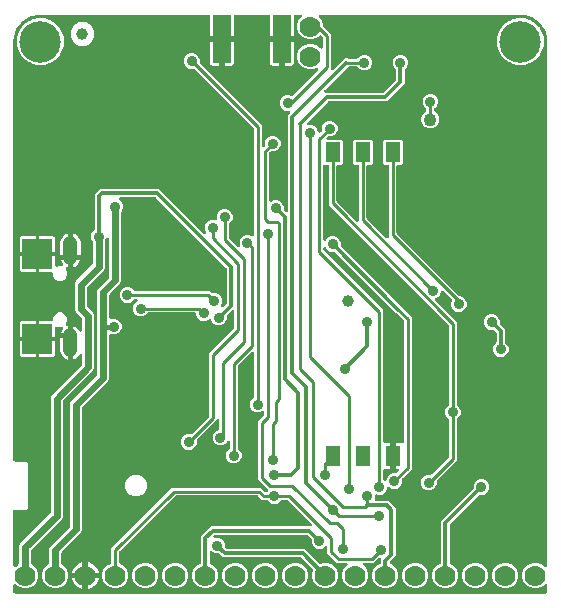
<source format=gbr>
G04 EAGLE Gerber RS-274X export*
G75*
%MOMM*%
%FSLAX34Y34*%
%LPD*%
%INBottom Copper*%
%IPPOS*%
%AMOC8*
5,1,8,0,0,1.08239X$1,22.5*%
G01*
%ADD10R,2.500000X2.500000*%
%ADD11C,1.208000*%
%ADD12C,3.516000*%
%ADD13R,1.300000X1.700000*%
%ADD14C,1.100000*%
%ADD15R,1.524000X4.064000*%
%ADD16C,1.000000*%
%ADD17C,1.778000*%
%ADD18C,0.906400*%
%ADD19C,0.254000*%
%ADD20C,0.304800*%
%ADD21C,0.609600*%
%ADD22C,0.406400*%

G36*
X453508Y2556D02*
X453508Y2556D01*
X453627Y2563D01*
X453665Y2576D01*
X453706Y2581D01*
X453816Y2624D01*
X453929Y2661D01*
X453964Y2683D01*
X454001Y2698D01*
X454097Y2767D01*
X454198Y2831D01*
X454226Y2861D01*
X454259Y2884D01*
X454335Y2976D01*
X454416Y3063D01*
X454436Y3098D01*
X454461Y3129D01*
X454512Y3237D01*
X454570Y3341D01*
X454580Y3381D01*
X454597Y3417D01*
X454619Y3534D01*
X454649Y3649D01*
X454653Y3709D01*
X454657Y3729D01*
X454655Y3750D01*
X454659Y3810D01*
X454659Y9428D01*
X454642Y9565D01*
X454629Y9704D01*
X454622Y9723D01*
X454619Y9744D01*
X454568Y9872D01*
X454521Y10004D01*
X454510Y10020D01*
X454502Y10039D01*
X454421Y10152D01*
X454343Y10267D01*
X454327Y10280D01*
X454316Y10297D01*
X454208Y10385D01*
X454104Y10477D01*
X454086Y10486D01*
X454071Y10499D01*
X453945Y10559D01*
X453821Y10622D01*
X453801Y10626D01*
X453783Y10635D01*
X453646Y10661D01*
X453511Y10691D01*
X453490Y10691D01*
X453471Y10695D01*
X453332Y10686D01*
X453193Y10682D01*
X453173Y10676D01*
X453153Y10675D01*
X453021Y10632D01*
X452887Y10593D01*
X452870Y10583D01*
X452851Y10577D01*
X452733Y10502D01*
X452613Y10432D01*
X452592Y10413D01*
X452582Y10407D01*
X452568Y10392D01*
X452493Y10325D01*
X450687Y8520D01*
X446673Y6857D01*
X442327Y6857D01*
X438313Y8520D01*
X435240Y11593D01*
X433577Y15607D01*
X433577Y19953D01*
X435240Y23967D01*
X438313Y27040D01*
X442327Y28703D01*
X446673Y28703D01*
X450687Y27040D01*
X452493Y25235D01*
X452602Y25149D01*
X452709Y25061D01*
X452728Y25052D01*
X452744Y25040D01*
X452872Y24984D01*
X452997Y24925D01*
X453017Y24921D01*
X453036Y24913D01*
X453174Y24891D01*
X453310Y24865D01*
X453330Y24867D01*
X453350Y24863D01*
X453489Y24876D01*
X453627Y24885D01*
X453646Y24891D01*
X453666Y24893D01*
X453798Y24940D01*
X453929Y24983D01*
X453947Y24994D01*
X453966Y25001D01*
X454081Y25079D01*
X454198Y25153D01*
X454212Y25168D01*
X454229Y25179D01*
X454321Y25284D01*
X454416Y25385D01*
X454426Y25403D01*
X454439Y25418D01*
X454503Y25542D01*
X454570Y25663D01*
X454575Y25683D01*
X454584Y25701D01*
X454614Y25837D01*
X454649Y25971D01*
X454651Y25999D01*
X454654Y26011D01*
X454653Y26032D01*
X454659Y26132D01*
X454659Y469900D01*
X454657Y469922D01*
X454655Y470000D01*
X454390Y473377D01*
X454376Y473445D01*
X454371Y473514D01*
X454331Y473670D01*
X452244Y480094D01*
X452193Y480201D01*
X452150Y480312D01*
X452117Y480363D01*
X452109Y480382D01*
X452096Y480397D01*
X452064Y480448D01*
X450371Y482778D01*
X450353Y482797D01*
X450339Y482820D01*
X450244Y482913D01*
X450153Y483009D01*
X450131Y483024D01*
X450112Y483042D01*
X449998Y483108D01*
X449992Y483124D01*
X449989Y483151D01*
X449940Y483275D01*
X449897Y483400D01*
X449882Y483422D01*
X449872Y483447D01*
X449786Y483583D01*
X448093Y485913D01*
X448012Y485999D01*
X447936Y486091D01*
X447890Y486129D01*
X447876Y486144D01*
X447858Y486155D01*
X447812Y486193D01*
X444747Y488420D01*
X442348Y490164D01*
X442244Y490221D01*
X442144Y490285D01*
X442087Y490307D01*
X442069Y490317D01*
X442049Y490322D01*
X441994Y490344D01*
X435570Y492431D01*
X435502Y492444D01*
X435436Y492467D01*
X435277Y492490D01*
X431900Y492755D01*
X431878Y492754D01*
X431800Y492759D01*
X262352Y492759D01*
X262215Y492742D01*
X262076Y492729D01*
X262057Y492722D01*
X262036Y492719D01*
X261908Y492668D01*
X261776Y492621D01*
X261760Y492610D01*
X261741Y492602D01*
X261628Y492521D01*
X261513Y492443D01*
X261500Y492427D01*
X261483Y492416D01*
X261395Y492308D01*
X261303Y492204D01*
X261294Y492186D01*
X261281Y492171D01*
X261221Y492044D01*
X261158Y491921D01*
X261154Y491901D01*
X261145Y491883D01*
X261119Y491746D01*
X261089Y491611D01*
X261089Y491590D01*
X261085Y491571D01*
X261094Y491432D01*
X261098Y491293D01*
X261104Y491273D01*
X261105Y491253D01*
X261148Y491121D01*
X261187Y490987D01*
X261197Y490970D01*
X261203Y490951D01*
X261278Y490833D01*
X261348Y490713D01*
X261367Y490692D01*
X261373Y490682D01*
X261388Y490668D01*
X261455Y490593D01*
X263260Y488787D01*
X264923Y484773D01*
X264923Y483224D01*
X264935Y483126D01*
X264938Y483027D01*
X264955Y482968D01*
X264963Y482908D01*
X264999Y482816D01*
X265027Y482721D01*
X265057Y482669D01*
X265080Y482613D01*
X265138Y482533D01*
X265188Y482447D01*
X265254Y482372D01*
X265266Y482355D01*
X265276Y482347D01*
X265294Y482326D01*
X271273Y476348D01*
X271273Y447007D01*
X271290Y446869D01*
X271303Y446731D01*
X271310Y446711D01*
X271313Y446691D01*
X271364Y446562D01*
X271411Y446431D01*
X271422Y446414D01*
X271430Y446396D01*
X271511Y446284D01*
X271589Y446168D01*
X271605Y446155D01*
X271616Y446138D01*
X271724Y446050D01*
X271828Y445958D01*
X271846Y445948D01*
X271861Y445936D01*
X271987Y445876D01*
X272111Y445813D01*
X272131Y445809D01*
X272149Y445800D01*
X272285Y445774D01*
X272421Y445743D01*
X272442Y445744D01*
X272461Y445740D01*
X272600Y445749D01*
X272739Y445753D01*
X272759Y445759D01*
X272779Y445760D01*
X272911Y445803D01*
X273045Y445841D01*
X273062Y445852D01*
X273081Y445858D01*
X273199Y445933D01*
X273319Y446003D01*
X273340Y446022D01*
X273350Y446028D01*
X273364Y446043D01*
X273439Y446109D01*
X283007Y455677D01*
X285974Y455677D01*
X285986Y455666D01*
X286039Y455637D01*
X286087Y455600D01*
X286177Y455560D01*
X286264Y455512D01*
X286323Y455497D01*
X286379Y455473D01*
X286476Y455458D01*
X286572Y455433D01*
X286673Y455427D01*
X286693Y455423D01*
X286705Y455425D01*
X286733Y455423D01*
X293213Y455423D01*
X293311Y455435D01*
X293410Y455438D01*
X293468Y455455D01*
X293529Y455463D01*
X293621Y455499D01*
X293716Y455527D01*
X293768Y455557D01*
X293824Y455580D01*
X293904Y455638D01*
X293990Y455688D01*
X294065Y455754D01*
X294082Y455766D01*
X294089Y455776D01*
X294111Y455794D01*
X296001Y457685D01*
X298414Y458685D01*
X301026Y458685D01*
X303439Y457685D01*
X305285Y455839D01*
X306285Y453426D01*
X306285Y450814D01*
X305285Y448401D01*
X303439Y446555D01*
X301026Y445555D01*
X298414Y445555D01*
X296001Y446555D01*
X294111Y448446D01*
X294032Y448506D01*
X293960Y448574D01*
X293907Y448603D01*
X293859Y448640D01*
X293768Y448680D01*
X293682Y448728D01*
X293623Y448743D01*
X293567Y448767D01*
X293469Y448782D01*
X293374Y448807D01*
X293274Y448813D01*
X293253Y448817D01*
X293241Y448815D01*
X293213Y448817D01*
X286733Y448817D01*
X286635Y448805D01*
X286536Y448802D01*
X286478Y448785D01*
X286417Y448777D01*
X286325Y448741D01*
X286230Y448713D01*
X286178Y448683D01*
X286122Y448660D01*
X286042Y448602D01*
X285956Y448552D01*
X285881Y448486D01*
X285864Y448474D01*
X285857Y448464D01*
X285835Y448446D01*
X266023Y428633D01*
X265938Y428524D01*
X265850Y428417D01*
X265841Y428398D01*
X265828Y428382D01*
X265773Y428254D01*
X265714Y428129D01*
X265710Y428109D01*
X265702Y428090D01*
X265680Y427952D01*
X265654Y427816D01*
X265655Y427796D01*
X265652Y427776D01*
X265665Y427637D01*
X265674Y427499D01*
X265680Y427480D01*
X265682Y427460D01*
X265729Y427328D01*
X265772Y427197D01*
X265783Y427179D01*
X265790Y427160D01*
X265868Y427045D01*
X265942Y426928D01*
X265957Y426914D01*
X265968Y426897D01*
X266072Y426805D01*
X266174Y426710D01*
X266192Y426700D01*
X266207Y426687D01*
X266331Y426623D01*
X266452Y426556D01*
X266472Y426551D01*
X266490Y426542D01*
X266626Y426512D01*
X266760Y426477D01*
X266788Y426475D01*
X266800Y426472D01*
X266821Y426473D01*
X266921Y426467D01*
X315501Y426467D01*
X315599Y426479D01*
X315698Y426482D01*
X315756Y426499D01*
X315817Y426507D01*
X315909Y426543D01*
X316004Y426571D01*
X316056Y426601D01*
X316112Y426624D01*
X316192Y426682D01*
X316278Y426732D01*
X316353Y426798D01*
X316370Y426810D01*
X316372Y426813D01*
X316373Y426814D01*
X316380Y426822D01*
X316399Y426838D01*
X326272Y436711D01*
X326332Y436790D01*
X326400Y436862D01*
X326429Y436915D01*
X326466Y436963D01*
X326506Y437054D01*
X326554Y437140D01*
X326569Y437199D01*
X326593Y437255D01*
X326608Y437353D01*
X326633Y437448D01*
X326639Y437548D01*
X326643Y437569D01*
X326641Y437581D01*
X326643Y437609D01*
X326643Y445867D01*
X326631Y445965D01*
X326628Y446064D01*
X326611Y446123D01*
X326603Y446183D01*
X326567Y446275D01*
X326539Y446370D01*
X326509Y446422D01*
X326486Y446478D01*
X326428Y446558D01*
X326378Y446644D01*
X326312Y446719D01*
X326300Y446736D01*
X326290Y446743D01*
X326272Y446765D01*
X324635Y448401D01*
X323635Y450814D01*
X323635Y453426D01*
X324635Y455839D01*
X326481Y457685D01*
X328894Y458685D01*
X331506Y458685D01*
X333919Y457685D01*
X335765Y455839D01*
X336765Y453426D01*
X336765Y450814D01*
X335765Y448401D01*
X334128Y446765D01*
X334068Y446686D01*
X334000Y446614D01*
X333971Y446561D01*
X333934Y446513D01*
X333894Y446422D01*
X333846Y446336D01*
X333831Y446277D01*
X333807Y446221D01*
X333792Y446123D01*
X333767Y446028D01*
X333761Y445928D01*
X333757Y445907D01*
X333759Y445895D01*
X333757Y445867D01*
X333757Y434137D01*
X318973Y419353D01*
X269969Y419353D01*
X269871Y419341D01*
X269772Y419338D01*
X269714Y419321D01*
X269653Y419313D01*
X269561Y419277D01*
X269466Y419249D01*
X269414Y419219D01*
X269358Y419196D01*
X269278Y419138D01*
X269192Y419088D01*
X269117Y419022D01*
X269100Y419010D01*
X269093Y419000D01*
X269071Y418982D01*
X251044Y400954D01*
X251002Y400899D01*
X250951Y400851D01*
X250905Y400774D01*
X250849Y400703D01*
X250822Y400639D01*
X250785Y400580D01*
X250759Y400494D01*
X250723Y400411D01*
X250712Y400342D01*
X250692Y400276D01*
X250687Y400186D01*
X250673Y400097D01*
X250680Y400028D01*
X250677Y399958D01*
X250695Y399870D01*
X250703Y399781D01*
X250727Y399715D01*
X250741Y399647D01*
X250780Y399566D01*
X250811Y399481D01*
X250850Y399424D01*
X250881Y399361D01*
X250939Y399293D01*
X250989Y399218D01*
X251042Y399172D01*
X251087Y399119D01*
X251160Y399067D01*
X251228Y399008D01*
X251290Y398976D01*
X251347Y398936D01*
X251431Y398904D01*
X251511Y398863D01*
X251579Y398848D01*
X251644Y398823D01*
X251734Y398813D01*
X251821Y398793D01*
X251891Y398796D01*
X251960Y398788D01*
X252049Y398800D01*
X252139Y398803D01*
X252206Y398823D01*
X252275Y398832D01*
X252428Y398884D01*
X252694Y398995D01*
X255306Y398995D01*
X257719Y397995D01*
X259565Y396149D01*
X260649Y393532D01*
X260674Y393489D01*
X260691Y393442D01*
X260752Y393351D01*
X260807Y393256D01*
X260841Y393220D01*
X260869Y393179D01*
X260951Y393106D01*
X261028Y393027D01*
X261070Y393001D01*
X261108Y392968D01*
X261205Y392918D01*
X261299Y392861D01*
X261347Y392846D01*
X261391Y392824D01*
X261498Y392800D01*
X261603Y392767D01*
X261653Y392765D01*
X261701Y392754D01*
X261811Y392757D01*
X261921Y392752D01*
X261969Y392762D01*
X262019Y392764D01*
X262125Y392794D01*
X262232Y392817D01*
X262277Y392838D01*
X262325Y392852D01*
X262419Y392908D01*
X262518Y392956D01*
X262556Y392988D01*
X262598Y393014D01*
X262719Y393120D01*
X263574Y393974D01*
X263634Y394053D01*
X263702Y394125D01*
X263731Y394178D01*
X263768Y394226D01*
X263808Y394317D01*
X263856Y394403D01*
X263871Y394462D01*
X263895Y394517D01*
X263910Y394615D01*
X263935Y394711D01*
X263941Y394811D01*
X263945Y394832D01*
X263943Y394844D01*
X263945Y394872D01*
X263945Y397546D01*
X264945Y399959D01*
X266791Y401805D01*
X269204Y402805D01*
X271816Y402805D01*
X274229Y401805D01*
X276075Y399959D01*
X277075Y397546D01*
X277075Y394934D01*
X276075Y392521D01*
X274229Y390675D01*
X271816Y389675D01*
X269142Y389675D01*
X269044Y389663D01*
X268945Y389660D01*
X268886Y389643D01*
X268826Y389635D01*
X268734Y389599D01*
X268639Y389571D01*
X268587Y389541D01*
X268531Y389518D01*
X268450Y389460D01*
X268365Y389410D01*
X268290Y389344D01*
X268273Y389332D01*
X268266Y389322D01*
X268260Y389318D01*
X268257Y389315D01*
X268244Y389304D01*
X267790Y388850D01*
X267705Y388740D01*
X267616Y388633D01*
X267608Y388614D01*
X267595Y388598D01*
X267540Y388471D01*
X267481Y388345D01*
X267477Y388325D01*
X267469Y388306D01*
X267447Y388169D01*
X267421Y388032D01*
X267422Y388012D01*
X267419Y387992D01*
X267432Y387853D01*
X267441Y387715D01*
X267447Y387696D01*
X267449Y387676D01*
X267496Y387544D01*
X267539Y387413D01*
X267550Y387396D01*
X267556Y387376D01*
X267635Y387261D01*
X267709Y387144D01*
X267724Y387130D01*
X267735Y387113D01*
X267839Y387021D01*
X267941Y386926D01*
X267958Y386916D01*
X267973Y386903D01*
X268098Y386839D01*
X268219Y386772D01*
X268239Y386767D01*
X268257Y386758D01*
X268393Y386728D01*
X268527Y386693D01*
X268555Y386691D01*
X268567Y386688D01*
X268588Y386689D01*
X268688Y386683D01*
X280172Y386683D01*
X281363Y385492D01*
X281363Y366808D01*
X280172Y365617D01*
X277402Y365617D01*
X277284Y365602D01*
X277165Y365595D01*
X277127Y365582D01*
X277086Y365577D01*
X276976Y365534D01*
X276863Y365497D01*
X276828Y365475D01*
X276791Y365460D01*
X276695Y365391D01*
X276594Y365327D01*
X276566Y365297D01*
X276533Y365274D01*
X276457Y365182D01*
X276376Y365095D01*
X276356Y365060D01*
X276331Y365029D01*
X276280Y364921D01*
X276222Y364817D01*
X276212Y364777D01*
X276195Y364741D01*
X276173Y364624D01*
X276143Y364509D01*
X276139Y364449D01*
X276135Y364429D01*
X276137Y364408D01*
X276133Y364348D01*
X276133Y334854D01*
X276145Y334756D01*
X276148Y334657D01*
X276165Y334598D01*
X276173Y334538D01*
X276209Y334446D01*
X276237Y334351D01*
X276267Y334299D01*
X276290Y334243D01*
X276348Y334163D01*
X276398Y334077D01*
X276464Y334002D01*
X276476Y333985D01*
X276486Y333977D01*
X276504Y333956D01*
X292761Y317700D01*
X292870Y317615D01*
X292977Y317526D01*
X292996Y317518D01*
X293012Y317505D01*
X293140Y317450D01*
X293265Y317391D01*
X293285Y317387D01*
X293304Y317379D01*
X293442Y317357D01*
X293578Y317331D01*
X293598Y317332D01*
X293618Y317329D01*
X293757Y317342D01*
X293895Y317351D01*
X293914Y317357D01*
X293934Y317359D01*
X294066Y317406D01*
X294197Y317449D01*
X294215Y317460D01*
X294234Y317467D01*
X294349Y317545D01*
X294466Y317619D01*
X294480Y317634D01*
X294497Y317645D01*
X294589Y317749D01*
X294684Y317851D01*
X294694Y317868D01*
X294707Y317884D01*
X294771Y318007D01*
X294838Y318129D01*
X294843Y318149D01*
X294852Y318167D01*
X294882Y318303D01*
X294917Y318437D01*
X294919Y318465D01*
X294922Y318477D01*
X294921Y318498D01*
X294927Y318598D01*
X294927Y364348D01*
X294912Y364466D01*
X294905Y364585D01*
X294892Y364623D01*
X294887Y364664D01*
X294844Y364774D01*
X294807Y364887D01*
X294785Y364922D01*
X294770Y364959D01*
X294701Y365055D01*
X294637Y365156D01*
X294607Y365184D01*
X294584Y365217D01*
X294492Y365293D01*
X294405Y365374D01*
X294370Y365394D01*
X294339Y365419D01*
X294231Y365470D01*
X294127Y365528D01*
X294087Y365538D01*
X294051Y365555D01*
X293934Y365577D01*
X293819Y365607D01*
X293759Y365611D01*
X293739Y365615D01*
X293718Y365613D01*
X293658Y365617D01*
X290888Y365617D01*
X289697Y366808D01*
X289697Y385492D01*
X290888Y386683D01*
X305572Y386683D01*
X306763Y385492D01*
X306763Y366808D01*
X305572Y365617D01*
X302802Y365617D01*
X302684Y365602D01*
X302565Y365595D01*
X302527Y365582D01*
X302486Y365577D01*
X302376Y365534D01*
X302263Y365497D01*
X302228Y365475D01*
X302191Y365460D01*
X302095Y365391D01*
X301994Y365327D01*
X301966Y365297D01*
X301933Y365274D01*
X301857Y365182D01*
X301776Y365095D01*
X301756Y365060D01*
X301731Y365029D01*
X301680Y364921D01*
X301622Y364817D01*
X301612Y364777D01*
X301595Y364741D01*
X301573Y364624D01*
X301543Y364509D01*
X301539Y364449D01*
X301535Y364429D01*
X301537Y364408D01*
X301533Y364348D01*
X301533Y320884D01*
X301545Y320786D01*
X301548Y320687D01*
X301565Y320628D01*
X301573Y320568D01*
X301609Y320476D01*
X301637Y320381D01*
X301667Y320329D01*
X301690Y320273D01*
X301748Y320193D01*
X301798Y320107D01*
X301864Y320032D01*
X301876Y320015D01*
X301886Y320007D01*
X301904Y319986D01*
X318161Y303730D01*
X318270Y303645D01*
X318377Y303556D01*
X318396Y303548D01*
X318412Y303535D01*
X318540Y303480D01*
X318665Y303421D01*
X318685Y303417D01*
X318704Y303409D01*
X318842Y303387D01*
X318978Y303361D01*
X318998Y303362D01*
X319018Y303359D01*
X319157Y303372D01*
X319295Y303381D01*
X319314Y303387D01*
X319334Y303389D01*
X319466Y303436D01*
X319597Y303479D01*
X319615Y303490D01*
X319634Y303497D01*
X319749Y303575D01*
X319866Y303649D01*
X319880Y303664D01*
X319897Y303675D01*
X319989Y303779D01*
X320084Y303881D01*
X320094Y303898D01*
X320107Y303914D01*
X320171Y304037D01*
X320238Y304159D01*
X320243Y304179D01*
X320252Y304197D01*
X320282Y304333D01*
X320317Y304467D01*
X320319Y304495D01*
X320322Y304507D01*
X320321Y304528D01*
X320327Y304628D01*
X320327Y364348D01*
X320312Y364466D01*
X320305Y364585D01*
X320292Y364623D01*
X320287Y364664D01*
X320244Y364774D01*
X320207Y364887D01*
X320185Y364922D01*
X320170Y364959D01*
X320101Y365055D01*
X320037Y365156D01*
X320007Y365184D01*
X319984Y365217D01*
X319892Y365293D01*
X319805Y365374D01*
X319770Y365394D01*
X319739Y365419D01*
X319631Y365470D01*
X319527Y365528D01*
X319487Y365538D01*
X319451Y365555D01*
X319334Y365577D01*
X319219Y365607D01*
X319159Y365611D01*
X319139Y365615D01*
X319118Y365613D01*
X319058Y365617D01*
X316288Y365617D01*
X315097Y366808D01*
X315097Y385492D01*
X316288Y386683D01*
X330972Y386683D01*
X332163Y385492D01*
X332163Y366808D01*
X330972Y365617D01*
X328202Y365617D01*
X328084Y365602D01*
X327965Y365595D01*
X327927Y365582D01*
X327886Y365577D01*
X327776Y365534D01*
X327663Y365497D01*
X327628Y365475D01*
X327591Y365460D01*
X327495Y365391D01*
X327394Y365327D01*
X327366Y365297D01*
X327333Y365274D01*
X327257Y365182D01*
X327176Y365095D01*
X327156Y365060D01*
X327131Y365029D01*
X327080Y364921D01*
X327022Y364817D01*
X327012Y364777D01*
X326995Y364741D01*
X326973Y364624D01*
X326943Y364509D01*
X326939Y364449D01*
X326935Y364429D01*
X326937Y364408D01*
X326933Y364348D01*
X326933Y308184D01*
X326945Y308086D01*
X326948Y307987D01*
X326965Y307928D01*
X326973Y307868D01*
X327009Y307776D01*
X327037Y307681D01*
X327067Y307629D01*
X327090Y307573D01*
X327148Y307493D01*
X327198Y307407D01*
X327264Y307332D01*
X327276Y307315D01*
X327286Y307307D01*
X327304Y307286D01*
X380004Y254586D01*
X380083Y254526D01*
X380155Y254458D01*
X380208Y254429D01*
X380256Y254392D01*
X380347Y254352D01*
X380433Y254304D01*
X380492Y254289D01*
X380547Y254265D01*
X380645Y254250D01*
X380741Y254225D01*
X380841Y254219D01*
X380862Y254215D01*
X380874Y254217D01*
X380902Y254215D01*
X381036Y254215D01*
X383449Y253215D01*
X385295Y251369D01*
X386295Y248956D01*
X386295Y246344D01*
X385295Y243931D01*
X383449Y242085D01*
X381036Y241085D01*
X378424Y241085D01*
X376011Y242085D01*
X374165Y243931D01*
X373165Y246344D01*
X373165Y248956D01*
X373757Y250384D01*
X373765Y250413D01*
X373778Y250439D01*
X373807Y250566D01*
X373841Y250691D01*
X373841Y250720D01*
X373848Y250749D01*
X373844Y250879D01*
X373846Y251009D01*
X373839Y251038D01*
X373838Y251067D01*
X373802Y251192D01*
X373772Y251318D01*
X373758Y251344D01*
X373750Y251373D01*
X373684Y251484D01*
X373623Y251599D01*
X373603Y251621D01*
X373588Y251647D01*
X373482Y251767D01*
X366859Y258390D01*
X366820Y258420D01*
X366787Y258457D01*
X366695Y258517D01*
X366608Y258585D01*
X366562Y258605D01*
X366521Y258632D01*
X366417Y258668D01*
X366316Y258711D01*
X366267Y258719D01*
X366220Y258735D01*
X366111Y258744D01*
X366002Y258761D01*
X365953Y258756D01*
X365903Y258760D01*
X365795Y258742D01*
X365685Y258731D01*
X365639Y258714D01*
X365590Y258706D01*
X365490Y258661D01*
X365386Y258624D01*
X365345Y258596D01*
X365300Y258575D01*
X365214Y258507D01*
X365123Y258445D01*
X365090Y258408D01*
X365051Y258377D01*
X364985Y258289D01*
X364913Y258207D01*
X364890Y258162D01*
X364860Y258123D01*
X364789Y257978D01*
X363705Y255361D01*
X361859Y253515D01*
X360140Y252803D01*
X360097Y252778D01*
X360050Y252761D01*
X359959Y252700D01*
X359864Y252645D01*
X359828Y252611D01*
X359787Y252583D01*
X359714Y252500D01*
X359635Y252424D01*
X359609Y252382D01*
X359576Y252344D01*
X359526Y252246D01*
X359469Y252153D01*
X359454Y252105D01*
X359432Y252061D01*
X359408Y251954D01*
X359375Y251849D01*
X359373Y251799D01*
X359362Y251751D01*
X359365Y251641D01*
X359360Y251531D01*
X359370Y251483D01*
X359372Y251433D01*
X359402Y251327D01*
X359425Y251220D01*
X359446Y251175D01*
X359460Y251127D01*
X359516Y251033D01*
X359564Y250934D01*
X359597Y250896D01*
X359622Y250853D01*
X359728Y250733D01*
X375646Y234814D01*
X377953Y232508D01*
X377953Y162717D01*
X377965Y162619D01*
X377968Y162520D01*
X377985Y162462D01*
X377993Y162401D01*
X378029Y162309D01*
X378057Y162214D01*
X378087Y162162D01*
X378110Y162106D01*
X378168Y162026D01*
X378218Y161940D01*
X378284Y161865D01*
X378296Y161848D01*
X378306Y161841D01*
X378324Y161819D01*
X380215Y159929D01*
X381215Y157516D01*
X381215Y154904D01*
X380215Y152491D01*
X378324Y150601D01*
X378264Y150522D01*
X378196Y150450D01*
X378167Y150397D01*
X378130Y150349D01*
X378090Y150258D01*
X378042Y150172D01*
X378027Y150113D01*
X378003Y150057D01*
X377988Y149959D01*
X377963Y149864D01*
X377957Y149764D01*
X377953Y149743D01*
X377955Y149731D01*
X377953Y149703D01*
X377953Y115472D01*
X361266Y98786D01*
X361206Y98707D01*
X361138Y98635D01*
X361109Y98582D01*
X361072Y98534D01*
X361032Y98443D01*
X360984Y98357D01*
X360969Y98298D01*
X360945Y98243D01*
X360930Y98145D01*
X360905Y98049D01*
X360899Y97949D01*
X360895Y97929D01*
X360897Y97916D01*
X360895Y97888D01*
X360895Y95214D01*
X359895Y92801D01*
X358049Y90955D01*
X355636Y89955D01*
X353024Y89955D01*
X350611Y90955D01*
X348765Y92801D01*
X347765Y95214D01*
X347765Y97826D01*
X348765Y100239D01*
X350611Y102085D01*
X353024Y103085D01*
X355698Y103085D01*
X355796Y103097D01*
X355895Y103100D01*
X355954Y103117D01*
X356014Y103125D01*
X356106Y103161D01*
X356201Y103189D01*
X356253Y103219D01*
X356309Y103242D01*
X356390Y103300D01*
X356475Y103350D01*
X356550Y103416D01*
X356567Y103428D01*
X356575Y103438D01*
X356596Y103456D01*
X370976Y117836D01*
X371036Y117915D01*
X371104Y117987D01*
X371133Y118040D01*
X371170Y118088D01*
X371210Y118179D01*
X371258Y118265D01*
X371273Y118324D01*
X371297Y118379D01*
X371312Y118477D01*
X371337Y118573D01*
X371343Y118673D01*
X371347Y118694D01*
X371345Y118706D01*
X371347Y118734D01*
X371347Y149703D01*
X371335Y149801D01*
X371332Y149900D01*
X371315Y149958D01*
X371307Y150019D01*
X371271Y150111D01*
X371243Y150206D01*
X371213Y150258D01*
X371190Y150314D01*
X371132Y150394D01*
X371082Y150480D01*
X371016Y150555D01*
X371004Y150572D01*
X370994Y150579D01*
X370976Y150601D01*
X369085Y152491D01*
X368085Y154904D01*
X368085Y157516D01*
X369085Y159929D01*
X370976Y161819D01*
X371036Y161898D01*
X371104Y161970D01*
X371133Y162023D01*
X371170Y162071D01*
X371210Y162162D01*
X371258Y162248D01*
X371273Y162307D01*
X371297Y162363D01*
X371312Y162461D01*
X371337Y162556D01*
X371343Y162656D01*
X371347Y162677D01*
X371345Y162689D01*
X371347Y162717D01*
X371347Y229246D01*
X371335Y229344D01*
X371332Y229443D01*
X371315Y229502D01*
X371307Y229562D01*
X371271Y229654D01*
X371243Y229749D01*
X371213Y229801D01*
X371190Y229857D01*
X371132Y229937D01*
X371082Y230023D01*
X371016Y230098D01*
X371004Y230115D01*
X370994Y230123D01*
X370976Y230144D01*
X269527Y331592D01*
X269527Y364348D01*
X269512Y364466D01*
X269505Y364585D01*
X269492Y364623D01*
X269487Y364664D01*
X269444Y364774D01*
X269407Y364887D01*
X269385Y364922D01*
X269370Y364959D01*
X269301Y365055D01*
X269237Y365156D01*
X269207Y365184D01*
X269184Y365217D01*
X269092Y365293D01*
X269005Y365374D01*
X268970Y365394D01*
X268939Y365419D01*
X268831Y365470D01*
X268727Y365528D01*
X268687Y365538D01*
X268651Y365555D01*
X268534Y365577D01*
X268419Y365607D01*
X268359Y365611D01*
X268339Y365615D01*
X268318Y365613D01*
X268258Y365617D01*
X266192Y365617D01*
X266074Y365602D01*
X265955Y365595D01*
X265917Y365582D01*
X265876Y365577D01*
X265766Y365534D01*
X265653Y365497D01*
X265618Y365475D01*
X265581Y365460D01*
X265485Y365391D01*
X265384Y365327D01*
X265356Y365297D01*
X265323Y365274D01*
X265247Y365182D01*
X265166Y365095D01*
X265146Y365060D01*
X265121Y365029D01*
X265070Y364921D01*
X265012Y364817D01*
X265002Y364777D01*
X264985Y364741D01*
X264963Y364624D01*
X264933Y364509D01*
X264929Y364449D01*
X264925Y364429D01*
X264927Y364408D01*
X264923Y364348D01*
X264923Y302364D01*
X264931Y302295D01*
X264930Y302225D01*
X264951Y302138D01*
X264963Y302049D01*
X264988Y301984D01*
X265005Y301916D01*
X265047Y301837D01*
X265080Y301753D01*
X265121Y301697D01*
X265153Y301635D01*
X265214Y301568D01*
X265266Y301496D01*
X265320Y301451D01*
X265367Y301400D01*
X265442Y301350D01*
X265511Y301293D01*
X265575Y301263D01*
X265633Y301225D01*
X265718Y301196D01*
X265799Y301158D01*
X265868Y301144D01*
X265934Y301122D01*
X266023Y301115D01*
X266111Y301098D01*
X266181Y301102D01*
X266251Y301097D01*
X266339Y301112D01*
X266429Y301117D01*
X266495Y301139D01*
X266564Y301151D01*
X266646Y301188D01*
X266731Y301216D01*
X266790Y301253D01*
X266854Y301282D01*
X266924Y301338D01*
X267000Y301386D01*
X267048Y301437D01*
X267102Y301480D01*
X267157Y301552D01*
X267218Y301617D01*
X267252Y301678D01*
X267294Y301734D01*
X267365Y301879D01*
X267485Y302169D01*
X269331Y304015D01*
X271744Y305015D01*
X274356Y305015D01*
X276769Y304015D01*
X278615Y302169D01*
X279615Y299756D01*
X279615Y297441D01*
X279627Y297343D01*
X279630Y297244D01*
X279647Y297186D01*
X279655Y297125D01*
X279691Y297033D01*
X279719Y296938D01*
X279749Y296886D01*
X279772Y296830D01*
X279830Y296750D01*
X279880Y296664D01*
X279946Y296589D01*
X279958Y296572D01*
X279968Y296565D01*
X279986Y296543D01*
X331232Y245298D01*
X331232Y245283D01*
X331249Y245224D01*
X331257Y245164D01*
X331293Y245072D01*
X331321Y244977D01*
X331351Y244925D01*
X331374Y244869D01*
X331432Y244789D01*
X331482Y244703D01*
X331548Y244628D01*
X331560Y244611D01*
X331570Y244603D01*
X331588Y244582D01*
X339853Y236318D01*
X339853Y107852D01*
X332056Y100056D01*
X331996Y99977D01*
X331928Y99905D01*
X331899Y99852D01*
X331862Y99804D01*
X331822Y99713D01*
X331774Y99627D01*
X331759Y99568D01*
X331735Y99513D01*
X331720Y99415D01*
X331695Y99319D01*
X331689Y99219D01*
X331685Y99198D01*
X331687Y99186D01*
X331685Y99158D01*
X331685Y96484D01*
X330685Y94071D01*
X328839Y92225D01*
X326426Y91225D01*
X323814Y91225D01*
X321401Y92225D01*
X321152Y92475D01*
X321042Y92560D01*
X320935Y92648D01*
X320916Y92657D01*
X320900Y92670D01*
X320773Y92725D01*
X320647Y92784D01*
X320627Y92788D01*
X320608Y92796D01*
X320471Y92818D01*
X320334Y92844D01*
X320314Y92843D01*
X320294Y92846D01*
X320155Y92833D01*
X320017Y92824D01*
X319998Y92818D01*
X319978Y92816D01*
X319846Y92769D01*
X319715Y92726D01*
X319698Y92715D01*
X319678Y92708D01*
X319563Y92630D01*
X319446Y92556D01*
X319432Y92541D01*
X319415Y92530D01*
X319323Y92426D01*
X319228Y92324D01*
X319218Y92307D01*
X319205Y92291D01*
X319141Y92167D01*
X319074Y92046D01*
X319069Y92026D01*
X319060Y92008D01*
X319030Y91872D01*
X318995Y91738D01*
X318993Y91710D01*
X318990Y91698D01*
X318991Y91677D01*
X318985Y91577D01*
X318985Y91404D01*
X317985Y88991D01*
X316139Y87145D01*
X313726Y86145D01*
X311114Y86145D01*
X310580Y86367D01*
X310532Y86380D01*
X310487Y86401D01*
X310379Y86422D01*
X310273Y86451D01*
X310223Y86451D01*
X310174Y86461D01*
X310065Y86454D01*
X309955Y86456D01*
X309907Y86444D01*
X309857Y86441D01*
X309753Y86407D01*
X309646Y86382D01*
X309602Y86358D01*
X309555Y86343D01*
X309462Y86284D01*
X309365Y86233D01*
X309328Y86199D01*
X309286Y86173D01*
X309211Y86093D01*
X309129Y86019D01*
X309102Y85977D01*
X309068Y85941D01*
X309015Y85845D01*
X308955Y85753D01*
X308938Y85706D01*
X308914Y85663D01*
X308887Y85556D01*
X308851Y85452D01*
X308847Y85403D01*
X308835Y85355D01*
X308825Y85194D01*
X308825Y83784D01*
X308409Y82782D01*
X308396Y82734D01*
X308375Y82689D01*
X308355Y82581D01*
X308326Y82475D01*
X308325Y82425D01*
X308315Y82376D01*
X308322Y82267D01*
X308320Y82157D01*
X308332Y82109D01*
X308335Y82059D01*
X308369Y81955D01*
X308395Y81848D01*
X308418Y81804D01*
X308433Y81757D01*
X308492Y81664D01*
X308543Y81567D01*
X308577Y81530D01*
X308603Y81488D01*
X308683Y81413D01*
X308757Y81331D01*
X308799Y81304D01*
X308835Y81270D01*
X308931Y81217D01*
X309023Y81157D01*
X309070Y81140D01*
X309113Y81116D01*
X309220Y81089D01*
X309324Y81053D01*
X309373Y81049D01*
X309421Y81037D01*
X309582Y81027D01*
X320243Y81027D01*
X326137Y75133D01*
X326137Y34087D01*
X321780Y29730D01*
X321749Y29690D01*
X321712Y29657D01*
X321652Y29565D01*
X321585Y29478D01*
X321565Y29433D01*
X321538Y29391D01*
X321502Y29287D01*
X321458Y29186D01*
X321450Y29137D01*
X321434Y29090D01*
X321426Y28981D01*
X321408Y28872D01*
X321413Y28823D01*
X321409Y28773D01*
X321428Y28665D01*
X321438Y28556D01*
X321455Y28509D01*
X321464Y28460D01*
X321509Y28360D01*
X321546Y28256D01*
X321574Y28215D01*
X321594Y28170D01*
X321663Y28084D01*
X321724Y27993D01*
X321762Y27960D01*
X321793Y27922D01*
X321881Y27855D01*
X321963Y27783D01*
X322007Y27760D01*
X322047Y27730D01*
X322191Y27659D01*
X323687Y27040D01*
X326760Y23967D01*
X328423Y19953D01*
X328423Y15607D01*
X326760Y11593D01*
X323687Y8520D01*
X319673Y6857D01*
X315327Y6857D01*
X311313Y8520D01*
X308240Y11593D01*
X306577Y15607D01*
X306577Y19953D01*
X308240Y23967D01*
X311313Y27040D01*
X313160Y27805D01*
X313185Y27820D01*
X313213Y27829D01*
X313323Y27898D01*
X313436Y27962D01*
X313457Y27983D01*
X313482Y27999D01*
X313571Y28093D01*
X313664Y28184D01*
X313680Y28209D01*
X313700Y28230D01*
X313763Y28344D01*
X313831Y28455D01*
X313839Y28483D01*
X313854Y28509D01*
X313886Y28635D01*
X313924Y28759D01*
X313926Y28788D01*
X313933Y28817D01*
X313943Y28978D01*
X313943Y31536D01*
X313928Y31654D01*
X313921Y31773D01*
X313908Y31811D01*
X313903Y31852D01*
X313860Y31962D01*
X313823Y32075D01*
X313801Y32110D01*
X313786Y32147D01*
X313717Y32243D01*
X313653Y32344D01*
X313623Y32372D01*
X313600Y32405D01*
X313508Y32481D01*
X313421Y32562D01*
X313386Y32582D01*
X313355Y32607D01*
X313247Y32658D01*
X313143Y32716D01*
X313103Y32726D01*
X313067Y32743D01*
X312950Y32765D01*
X312835Y32795D01*
X312775Y32799D01*
X312755Y32803D01*
X312734Y32801D01*
X312674Y32805D01*
X312322Y32805D01*
X312224Y32793D01*
X312125Y32790D01*
X312066Y32773D01*
X312006Y32765D01*
X311914Y32729D01*
X311819Y32701D01*
X311767Y32671D01*
X311711Y32648D01*
X311631Y32590D01*
X311545Y32540D01*
X311470Y32474D01*
X311453Y32462D01*
X311445Y32452D01*
X311424Y32434D01*
X307438Y28447D01*
X299944Y28447D01*
X299807Y28430D01*
X299668Y28417D01*
X299649Y28410D01*
X299628Y28407D01*
X299500Y28356D01*
X299368Y28309D01*
X299352Y28298D01*
X299333Y28290D01*
X299220Y28209D01*
X299105Y28131D01*
X299092Y28115D01*
X299075Y28104D01*
X298987Y27996D01*
X298895Y27892D01*
X298886Y27874D01*
X298873Y27859D01*
X298813Y27733D01*
X298750Y27609D01*
X298746Y27589D01*
X298737Y27571D01*
X298711Y27435D01*
X298681Y27299D01*
X298681Y27278D01*
X298677Y27259D01*
X298686Y27120D01*
X298690Y26981D01*
X298696Y26961D01*
X298697Y26941D01*
X298740Y26809D01*
X298779Y26675D01*
X298789Y26658D01*
X298795Y26639D01*
X298870Y26521D01*
X298940Y26401D01*
X298959Y26380D01*
X298965Y26370D01*
X298980Y26356D01*
X299047Y26281D01*
X301360Y23967D01*
X303023Y19953D01*
X303023Y15607D01*
X301360Y11593D01*
X298287Y8520D01*
X294273Y6857D01*
X289927Y6857D01*
X285913Y8520D01*
X282840Y11593D01*
X281177Y15607D01*
X281177Y19953D01*
X282840Y23967D01*
X285153Y26281D01*
X285239Y26390D01*
X285327Y26497D01*
X285336Y26516D01*
X285348Y26532D01*
X285404Y26660D01*
X285463Y26785D01*
X285467Y26805D01*
X285475Y26824D01*
X285497Y26962D01*
X285523Y27098D01*
X285521Y27118D01*
X285525Y27138D01*
X285512Y27277D01*
X285503Y27415D01*
X285497Y27434D01*
X285495Y27454D01*
X285448Y27586D01*
X285405Y27717D01*
X285394Y27735D01*
X285387Y27754D01*
X285309Y27869D01*
X285235Y27986D01*
X285220Y28000D01*
X285209Y28017D01*
X285104Y28109D01*
X285003Y28204D01*
X284985Y28214D01*
X284970Y28227D01*
X284846Y28291D01*
X284725Y28358D01*
X284705Y28363D01*
X284687Y28372D01*
X284551Y28402D01*
X284417Y28437D01*
X284389Y28439D01*
X284377Y28442D01*
X284356Y28441D01*
X284256Y28447D01*
X276762Y28447D01*
X268477Y36732D01*
X268477Y41499D01*
X268460Y41637D01*
X268447Y41775D01*
X268440Y41794D01*
X268437Y41815D01*
X268386Y41944D01*
X268339Y42075D01*
X268328Y42092D01*
X268320Y42110D01*
X268239Y42223D01*
X268161Y42338D01*
X268145Y42351D01*
X268134Y42368D01*
X268026Y42456D01*
X267922Y42548D01*
X267904Y42558D01*
X267889Y42570D01*
X267763Y42630D01*
X267639Y42693D01*
X267619Y42697D01*
X267601Y42706D01*
X267464Y42732D01*
X267329Y42763D01*
X267308Y42762D01*
X267289Y42766D01*
X267150Y42757D01*
X267011Y42753D01*
X266991Y42747D01*
X266971Y42746D01*
X266839Y42703D01*
X266705Y42665D01*
X266688Y42654D01*
X266669Y42648D01*
X266551Y42574D01*
X266431Y42503D01*
X266410Y42484D01*
X266400Y42478D01*
X266386Y42463D01*
X266311Y42397D01*
X265339Y41425D01*
X262926Y40425D01*
X260314Y40425D01*
X257901Y41425D01*
X256055Y43271D01*
X255055Y45684D01*
X255055Y47999D01*
X255043Y48097D01*
X255040Y48196D01*
X255023Y48254D01*
X255015Y48315D01*
X254979Y48407D01*
X254951Y48502D01*
X254921Y48554D01*
X254898Y48610D01*
X254840Y48690D01*
X254790Y48776D01*
X254724Y48851D01*
X254712Y48868D01*
X254702Y48875D01*
X254684Y48897D01*
X251629Y51952D01*
X251550Y52012D01*
X251478Y52080D01*
X251425Y52109D01*
X251377Y52146D01*
X251286Y52186D01*
X251200Y52234D01*
X251141Y52249D01*
X251085Y52273D01*
X250987Y52288D01*
X250892Y52313D01*
X250792Y52319D01*
X250771Y52323D01*
X250759Y52321D01*
X250731Y52323D01*
X173449Y52323D01*
X173351Y52311D01*
X173252Y52308D01*
X173194Y52291D01*
X173133Y52283D01*
X173041Y52247D01*
X172946Y52219D01*
X172894Y52189D01*
X172838Y52166D01*
X172758Y52108D01*
X172672Y52058D01*
X172597Y51992D01*
X172580Y51980D01*
X172573Y51970D01*
X172552Y51952D01*
X172304Y51705D01*
X172262Y51649D01*
X172211Y51601D01*
X172165Y51524D01*
X172110Y51453D01*
X172082Y51389D01*
X172045Y51330D01*
X172019Y51244D01*
X171983Y51161D01*
X171972Y51092D01*
X171952Y51026D01*
X171947Y50936D01*
X171933Y50847D01*
X171940Y50778D01*
X171937Y50708D01*
X171955Y50620D01*
X171963Y50531D01*
X171987Y50465D01*
X172001Y50397D01*
X172040Y50316D01*
X172071Y50231D01*
X172110Y50174D01*
X172141Y50111D01*
X172199Y50042D01*
X172249Y49968D01*
X172302Y49922D01*
X172347Y49869D01*
X172420Y49817D01*
X172488Y49758D01*
X172550Y49726D01*
X172607Y49686D01*
X172691Y49654D01*
X172771Y49613D01*
X172839Y49598D01*
X172904Y49573D01*
X172994Y49563D01*
X173081Y49543D01*
X173151Y49546D01*
X173220Y49538D01*
X173309Y49550D01*
X173399Y49553D01*
X173466Y49573D01*
X173535Y49582D01*
X173688Y49634D01*
X173954Y49745D01*
X176566Y49745D01*
X178979Y48745D01*
X180825Y46899D01*
X181825Y44486D01*
X181825Y42171D01*
X181837Y42073D01*
X181840Y41974D01*
X181857Y41916D01*
X181865Y41855D01*
X181901Y41763D01*
X181929Y41668D01*
X181959Y41616D01*
X181982Y41560D01*
X182040Y41480D01*
X182090Y41394D01*
X182156Y41319D01*
X182168Y41302D01*
X182178Y41295D01*
X182196Y41273D01*
X182711Y40758D01*
X182790Y40698D01*
X182862Y40630D01*
X182915Y40601D01*
X182963Y40564D01*
X183054Y40524D01*
X183140Y40476D01*
X183199Y40461D01*
X183255Y40437D01*
X183353Y40422D01*
X183448Y40397D01*
X183548Y40391D01*
X183569Y40387D01*
X183581Y40389D01*
X183609Y40387D01*
X249123Y40387D01*
X261297Y28213D01*
X261321Y28195D01*
X261340Y28172D01*
X261446Y28098D01*
X261548Y28018D01*
X261576Y28006D01*
X261600Y27989D01*
X261721Y27943D01*
X261840Y27892D01*
X261869Y27887D01*
X261897Y27876D01*
X262026Y27862D01*
X262154Y27842D01*
X262184Y27844D01*
X262213Y27841D01*
X262342Y27859D01*
X262471Y27871D01*
X262499Y27881D01*
X262528Y27886D01*
X262680Y27938D01*
X264527Y28703D01*
X268873Y28703D01*
X272887Y27040D01*
X275960Y23967D01*
X277623Y19953D01*
X277623Y15607D01*
X275960Y11593D01*
X272887Y8520D01*
X268873Y6857D01*
X264527Y6857D01*
X260513Y8520D01*
X257440Y11593D01*
X255777Y15607D01*
X255777Y19953D01*
X256542Y21800D01*
X256550Y21828D01*
X256564Y21854D01*
X256592Y21981D01*
X256626Y22106D01*
X256627Y22136D01*
X256633Y22165D01*
X256629Y22294D01*
X256631Y22424D01*
X256624Y22453D01*
X256624Y22483D01*
X256587Y22607D01*
X256557Y22734D01*
X256543Y22760D01*
X256535Y22788D01*
X256469Y22900D01*
X256408Y23015D01*
X256389Y23037D01*
X256374Y23062D01*
X256267Y23183D01*
X246549Y32902D01*
X246470Y32962D01*
X246398Y33030D01*
X246345Y33059D01*
X246297Y33096D01*
X246206Y33136D01*
X246120Y33184D01*
X246061Y33199D01*
X246005Y33223D01*
X245907Y33238D01*
X245812Y33263D01*
X245712Y33269D01*
X245691Y33273D01*
X245679Y33271D01*
X245651Y33273D01*
X180137Y33273D01*
X177167Y36244D01*
X177088Y36304D01*
X177016Y36372D01*
X176963Y36401D01*
X176915Y36438D01*
X176824Y36478D01*
X176738Y36526D01*
X176679Y36541D01*
X176623Y36565D01*
X176525Y36580D01*
X176430Y36605D01*
X176330Y36611D01*
X176309Y36615D01*
X176297Y36613D01*
X176269Y36615D01*
X173954Y36615D01*
X171541Y37615D01*
X170823Y38333D01*
X170714Y38418D01*
X170607Y38506D01*
X170588Y38515D01*
X170572Y38528D01*
X170444Y38583D01*
X170319Y38642D01*
X170299Y38646D01*
X170280Y38654D01*
X170142Y38676D01*
X170006Y38702D01*
X169986Y38701D01*
X169966Y38704D01*
X169827Y38691D01*
X169689Y38682D01*
X169670Y38676D01*
X169650Y38674D01*
X169519Y38627D01*
X169387Y38584D01*
X169369Y38573D01*
X169350Y38566D01*
X169236Y38488D01*
X169118Y38414D01*
X169104Y38399D01*
X169087Y38388D01*
X168995Y38284D01*
X168900Y38182D01*
X168890Y38164D01*
X168877Y38149D01*
X168814Y38026D01*
X168746Y37904D01*
X168741Y37884D01*
X168732Y37866D01*
X168702Y37730D01*
X168667Y37596D01*
X168665Y37568D01*
X168662Y37556D01*
X168663Y37535D01*
X168657Y37435D01*
X168657Y28978D01*
X168660Y28948D01*
X168658Y28919D01*
X168680Y28791D01*
X168697Y28662D01*
X168707Y28635D01*
X168712Y28605D01*
X168766Y28487D01*
X168814Y28366D01*
X168831Y28342D01*
X168843Y28315D01*
X168924Y28214D01*
X169000Y28109D01*
X169023Y28090D01*
X169042Y28067D01*
X169145Y27989D01*
X169245Y27906D01*
X169272Y27894D01*
X169296Y27876D01*
X169440Y27805D01*
X171287Y27040D01*
X174360Y23967D01*
X176023Y19953D01*
X176023Y15607D01*
X174360Y11593D01*
X171287Y8520D01*
X167273Y6857D01*
X162927Y6857D01*
X158913Y8520D01*
X155840Y11593D01*
X154177Y15607D01*
X154177Y19953D01*
X155840Y23967D01*
X158913Y27040D01*
X160760Y27805D01*
X160785Y27820D01*
X160813Y27829D01*
X160923Y27898D01*
X161036Y27962D01*
X161057Y27983D01*
X161082Y27999D01*
X161171Y28093D01*
X161264Y28184D01*
X161280Y28209D01*
X161300Y28230D01*
X161363Y28344D01*
X161431Y28455D01*
X161439Y28483D01*
X161454Y28509D01*
X161486Y28635D01*
X161524Y28759D01*
X161526Y28788D01*
X161533Y28817D01*
X161543Y28978D01*
X161543Y51003D01*
X169977Y59437D01*
X254138Y59437D01*
X254276Y59454D01*
X254415Y59467D01*
X254434Y59474D01*
X254454Y59477D01*
X254583Y59528D01*
X254714Y59575D01*
X254731Y59586D01*
X254749Y59594D01*
X254862Y59675D01*
X254977Y59753D01*
X254990Y59769D01*
X255007Y59780D01*
X255095Y59888D01*
X255188Y59992D01*
X255197Y60010D01*
X255210Y60025D01*
X255269Y60151D01*
X255332Y60275D01*
X255337Y60295D01*
X255345Y60313D01*
X255371Y60449D01*
X255402Y60585D01*
X255401Y60606D01*
X255405Y60625D01*
X255396Y60764D01*
X255392Y60903D01*
X255386Y60923D01*
X255385Y60943D01*
X255342Y61075D01*
X255304Y61209D01*
X255293Y61226D01*
X255287Y61245D01*
X255213Y61363D01*
X255142Y61483D01*
X255124Y61504D01*
X255117Y61514D01*
X255102Y61528D01*
X255036Y61603D01*
X235224Y81416D01*
X235145Y81476D01*
X235073Y81544D01*
X235020Y81573D01*
X234972Y81610D01*
X234881Y81650D01*
X234795Y81698D01*
X234736Y81713D01*
X234681Y81737D01*
X234583Y81752D01*
X234487Y81777D01*
X234387Y81783D01*
X234366Y81787D01*
X234354Y81785D01*
X234326Y81787D01*
X230027Y81787D01*
X229929Y81775D01*
X229830Y81772D01*
X229771Y81755D01*
X229711Y81747D01*
X229619Y81711D01*
X229524Y81683D01*
X229472Y81653D01*
X229416Y81630D01*
X229336Y81572D01*
X229250Y81522D01*
X229175Y81456D01*
X229158Y81444D01*
X229151Y81434D01*
X229129Y81416D01*
X227239Y79525D01*
X224826Y78525D01*
X222214Y78525D01*
X219801Y79525D01*
X217911Y81416D01*
X217832Y81476D01*
X217760Y81544D01*
X217707Y81573D01*
X217659Y81610D01*
X217568Y81650D01*
X217482Y81698D01*
X217423Y81713D01*
X217367Y81737D01*
X217269Y81752D01*
X217174Y81777D01*
X217074Y81783D01*
X217053Y81787D01*
X217041Y81785D01*
X217013Y81787D01*
X213262Y81787D01*
X209824Y85226D01*
X209745Y85286D01*
X209673Y85354D01*
X209620Y85383D01*
X209572Y85420D01*
X209481Y85460D01*
X209395Y85508D01*
X209336Y85523D01*
X209281Y85547D01*
X209183Y85562D01*
X209087Y85587D01*
X208987Y85593D01*
X208966Y85597D01*
X208954Y85595D01*
X208926Y85597D01*
X140324Y85597D01*
X140226Y85585D01*
X140127Y85582D01*
X140068Y85565D01*
X140008Y85557D01*
X139916Y85521D01*
X139821Y85493D01*
X139769Y85463D01*
X139713Y85440D01*
X139633Y85382D01*
X139547Y85332D01*
X139472Y85266D01*
X139455Y85254D01*
X139447Y85244D01*
X139426Y85226D01*
X92574Y38374D01*
X92514Y38295D01*
X92446Y38223D01*
X92417Y38170D01*
X92380Y38122D01*
X92340Y38031D01*
X92292Y37945D01*
X92277Y37886D01*
X92253Y37831D01*
X92238Y37733D01*
X92213Y37637D01*
X92207Y37537D01*
X92203Y37516D01*
X92205Y37504D01*
X92203Y37476D01*
X92203Y29083D01*
X92206Y29053D01*
X92204Y29024D01*
X92226Y28896D01*
X92243Y28767D01*
X92253Y28740D01*
X92258Y28711D01*
X92312Y28592D01*
X92360Y28471D01*
X92377Y28448D01*
X92389Y28421D01*
X92470Y28319D01*
X92546Y28214D01*
X92569Y28195D01*
X92588Y28172D01*
X92691Y28094D01*
X92791Y28011D01*
X92818Y27999D01*
X92842Y27981D01*
X92986Y27910D01*
X95087Y27040D01*
X98160Y23967D01*
X99823Y19953D01*
X99823Y15607D01*
X98160Y11593D01*
X95087Y8520D01*
X91073Y6857D01*
X86727Y6857D01*
X82713Y8520D01*
X79640Y11593D01*
X77977Y15607D01*
X77977Y19953D01*
X79640Y23967D01*
X82713Y27040D01*
X84814Y27910D01*
X84839Y27925D01*
X84867Y27934D01*
X84977Y28003D01*
X85090Y28068D01*
X85111Y28088D01*
X85136Y28104D01*
X85225Y28199D01*
X85318Y28289D01*
X85334Y28314D01*
X85354Y28336D01*
X85417Y28449D01*
X85485Y28560D01*
X85493Y28588D01*
X85508Y28614D01*
X85540Y28740D01*
X85578Y28864D01*
X85580Y28893D01*
X85587Y28922D01*
X85597Y29083D01*
X85597Y40738D01*
X137062Y92203D01*
X212188Y92203D01*
X215626Y88764D01*
X215705Y88704D01*
X215777Y88636D01*
X215830Y88607D01*
X215878Y88570D01*
X215969Y88530D01*
X216055Y88482D01*
X216114Y88467D01*
X216169Y88443D01*
X216267Y88428D01*
X216363Y88403D01*
X216463Y88397D01*
X216484Y88393D01*
X216496Y88395D01*
X216524Y88393D01*
X217013Y88393D01*
X217111Y88405D01*
X217210Y88408D01*
X217268Y88425D01*
X217329Y88433D01*
X217421Y88469D01*
X217516Y88497D01*
X217568Y88527D01*
X217624Y88550D01*
X217704Y88608D01*
X217790Y88658D01*
X217865Y88724D01*
X217882Y88736D01*
X217889Y88746D01*
X217910Y88764D01*
X218185Y89039D01*
X218258Y89133D01*
X218337Y89222D01*
X218355Y89258D01*
X218380Y89290D01*
X218427Y89400D01*
X218482Y89506D01*
X218490Y89545D01*
X218506Y89582D01*
X218525Y89700D01*
X218551Y89816D01*
X218550Y89856D01*
X218556Y89896D01*
X218545Y90015D01*
X218542Y90134D01*
X218530Y90173D01*
X218526Y90213D01*
X218486Y90325D01*
X218453Y90439D01*
X218433Y90474D01*
X218419Y90512D01*
X218352Y90611D01*
X218292Y90713D01*
X218252Y90758D01*
X218240Y90775D01*
X218225Y90789D01*
X218185Y90834D01*
X212364Y96656D01*
X210057Y98962D01*
X210057Y148688D01*
X214766Y153396D01*
X214826Y153475D01*
X214894Y153547D01*
X214923Y153600D01*
X214960Y153648D01*
X215000Y153739D01*
X215048Y153825D01*
X215063Y153884D01*
X215087Y153939D01*
X215102Y154037D01*
X215127Y154133D01*
X215133Y154233D01*
X215137Y154254D01*
X215135Y154266D01*
X215137Y154294D01*
X215137Y155869D01*
X215131Y155919D01*
X215133Y155968D01*
X215111Y156075D01*
X215097Y156185D01*
X215079Y156231D01*
X215069Y156280D01*
X215021Y156378D01*
X214980Y156480D01*
X214951Y156520D01*
X214929Y156565D01*
X214858Y156649D01*
X214794Y156738D01*
X214755Y156769D01*
X214723Y156807D01*
X214633Y156870D01*
X214549Y156941D01*
X214504Y156962D01*
X214463Y156990D01*
X214360Y157029D01*
X214261Y157076D01*
X214212Y157085D01*
X214166Y157103D01*
X214056Y157115D01*
X213949Y157136D01*
X213899Y157133D01*
X213850Y157138D01*
X213741Y157123D01*
X213631Y157116D01*
X213584Y157101D01*
X213535Y157094D01*
X213382Y157042D01*
X210856Y155995D01*
X208244Y155995D01*
X205831Y156995D01*
X203985Y158841D01*
X202985Y161254D01*
X202985Y163866D01*
X203985Y166279D01*
X205876Y168169D01*
X205936Y168248D01*
X206004Y168320D01*
X206033Y168373D01*
X206070Y168421D01*
X206110Y168512D01*
X206158Y168598D01*
X206173Y168657D01*
X206197Y168713D01*
X206212Y168811D01*
X206237Y168906D01*
X206243Y169006D01*
X206247Y169027D01*
X206245Y169039D01*
X206247Y169067D01*
X206247Y206132D01*
X206230Y206270D01*
X206217Y206409D01*
X206210Y206428D01*
X206207Y206448D01*
X206156Y206577D01*
X206109Y206708D01*
X206098Y206725D01*
X206090Y206743D01*
X206009Y206856D01*
X205931Y206971D01*
X205915Y206984D01*
X205904Y207001D01*
X205796Y207089D01*
X205692Y207182D01*
X205674Y207191D01*
X205659Y207204D01*
X205533Y207263D01*
X205409Y207326D01*
X205389Y207331D01*
X205371Y207339D01*
X205235Y207365D01*
X205099Y207396D01*
X205078Y207395D01*
X205059Y207399D01*
X204920Y207390D01*
X204781Y207386D01*
X204761Y207380D01*
X204741Y207379D01*
X204609Y207336D01*
X204475Y207298D01*
X204458Y207287D01*
X204439Y207281D01*
X204321Y207207D01*
X204201Y207136D01*
X204180Y207118D01*
X204170Y207111D01*
X204156Y207096D01*
X204081Y207030D01*
X192904Y195854D01*
X192844Y195775D01*
X192776Y195703D01*
X192747Y195650D01*
X192710Y195602D01*
X192670Y195511D01*
X192622Y195425D01*
X192607Y195366D01*
X192583Y195311D01*
X192568Y195213D01*
X192543Y195117D01*
X192537Y195017D01*
X192533Y194996D01*
X192535Y194984D01*
X192533Y194956D01*
X192533Y125887D01*
X192545Y125789D01*
X192548Y125690D01*
X192565Y125631D01*
X192573Y125571D01*
X192609Y125479D01*
X192637Y125384D01*
X192667Y125332D01*
X192690Y125276D01*
X192748Y125196D01*
X192798Y125110D01*
X192864Y125035D01*
X192876Y125018D01*
X192886Y125011D01*
X192904Y124989D01*
X194795Y123099D01*
X195795Y120686D01*
X195795Y118074D01*
X194795Y115661D01*
X192949Y113815D01*
X190536Y112815D01*
X187924Y112815D01*
X185511Y113815D01*
X183665Y115661D01*
X182665Y118074D01*
X182665Y120686D01*
X183665Y123099D01*
X185556Y124989D01*
X185616Y125068D01*
X185684Y125140D01*
X185713Y125193D01*
X185750Y125241D01*
X185790Y125332D01*
X185838Y125418D01*
X185853Y125477D01*
X185877Y125533D01*
X185892Y125631D01*
X185917Y125726D01*
X185923Y125826D01*
X185927Y125847D01*
X185925Y125859D01*
X185927Y125887D01*
X185927Y130706D01*
X185919Y130775D01*
X185920Y130845D01*
X185899Y130932D01*
X185887Y131021D01*
X185862Y131086D01*
X185845Y131154D01*
X185803Y131233D01*
X185770Y131317D01*
X185729Y131373D01*
X185697Y131435D01*
X185636Y131501D01*
X185584Y131574D01*
X185530Y131619D01*
X185483Y131670D01*
X185408Y131720D01*
X185339Y131777D01*
X185275Y131807D01*
X185217Y131845D01*
X185132Y131874D01*
X185051Y131913D01*
X184982Y131926D01*
X184916Y131948D01*
X184827Y131955D01*
X184739Y131972D01*
X184669Y131968D01*
X184599Y131973D01*
X184511Y131958D01*
X184421Y131953D01*
X184355Y131931D01*
X184286Y131919D01*
X184204Y131882D01*
X184119Y131855D01*
X184060Y131817D01*
X183996Y131788D01*
X183926Y131732D01*
X183850Y131684D01*
X183802Y131633D01*
X183748Y131590D01*
X183694Y131518D01*
X183632Y131453D01*
X183598Y131392D01*
X183556Y131336D01*
X183485Y131191D01*
X183365Y130901D01*
X181519Y129055D01*
X179106Y128055D01*
X176494Y128055D01*
X174081Y129055D01*
X172235Y130901D01*
X171235Y133314D01*
X171235Y135926D01*
X172235Y138339D01*
X174081Y140185D01*
X176254Y141085D01*
X176279Y141100D01*
X176307Y141109D01*
X176417Y141178D01*
X176530Y141243D01*
X176551Y141263D01*
X176576Y141279D01*
X176665Y141373D01*
X176758Y141464D01*
X176774Y141489D01*
X176794Y141511D01*
X176857Y141624D01*
X176925Y141735D01*
X176933Y141763D01*
X176948Y141789D01*
X176980Y141915D01*
X177018Y142039D01*
X177020Y142068D01*
X177027Y142097D01*
X177037Y142258D01*
X177037Y148982D01*
X177020Y149120D01*
X177007Y149259D01*
X177000Y149278D01*
X176997Y149298D01*
X176946Y149427D01*
X176899Y149558D01*
X176888Y149575D01*
X176880Y149593D01*
X176799Y149706D01*
X176721Y149821D01*
X176705Y149834D01*
X176694Y149851D01*
X176586Y149940D01*
X176482Y150032D01*
X176464Y150041D01*
X176449Y150054D01*
X176323Y150113D01*
X176199Y150176D01*
X176179Y150181D01*
X176161Y150189D01*
X176025Y150215D01*
X175889Y150246D01*
X175868Y150245D01*
X175849Y150249D01*
X175710Y150240D01*
X175571Y150236D01*
X175551Y150230D01*
X175531Y150229D01*
X175399Y150186D01*
X175265Y150148D01*
X175248Y150137D01*
X175229Y150131D01*
X175111Y150057D01*
X174991Y149986D01*
X174970Y149968D01*
X174960Y149961D01*
X174946Y149946D01*
X174871Y149880D01*
X172446Y147456D01*
X158066Y133076D01*
X158006Y132997D01*
X157938Y132925D01*
X157909Y132872D01*
X157872Y132824D01*
X157832Y132733D01*
X157784Y132647D01*
X157769Y132588D01*
X157745Y132533D01*
X157730Y132435D01*
X157705Y132339D01*
X157699Y132239D01*
X157695Y132218D01*
X157697Y132206D01*
X157695Y132178D01*
X157695Y129504D01*
X156695Y127091D01*
X154849Y125245D01*
X152436Y124245D01*
X149824Y124245D01*
X147411Y125245D01*
X145565Y127091D01*
X144565Y129504D01*
X144565Y132116D01*
X145565Y134529D01*
X147411Y136375D01*
X149824Y137375D01*
X152498Y137375D01*
X152596Y137387D01*
X152695Y137390D01*
X152754Y137407D01*
X152814Y137415D01*
X152906Y137451D01*
X153001Y137479D01*
X153053Y137509D01*
X153109Y137532D01*
X153189Y137590D01*
X153275Y137640D01*
X153350Y137706D01*
X153367Y137718D01*
X153375Y137728D01*
X153396Y137746D01*
X167776Y152126D01*
X167836Y152205D01*
X167904Y152277D01*
X167933Y152330D01*
X167970Y152378D01*
X168010Y152469D01*
X168058Y152555D01*
X168073Y152614D01*
X168097Y152669D01*
X168112Y152767D01*
X168137Y152863D01*
X168143Y152963D01*
X168147Y152984D01*
X168145Y152996D01*
X168147Y153024D01*
X168147Y205838D01*
X189366Y227056D01*
X189426Y227135D01*
X189494Y227207D01*
X189523Y227260D01*
X189560Y227308D01*
X189600Y227399D01*
X189648Y227485D01*
X189663Y227544D01*
X189687Y227599D01*
X189702Y227697D01*
X189727Y227793D01*
X189733Y227893D01*
X189737Y227914D01*
X189735Y227926D01*
X189737Y227954D01*
X189737Y241333D01*
X189720Y241471D01*
X189707Y241609D01*
X189700Y241629D01*
X189697Y241649D01*
X189646Y241778D01*
X189599Y241909D01*
X189588Y241926D01*
X189580Y241944D01*
X189499Y242057D01*
X189421Y242172D01*
X189405Y242185D01*
X189394Y242202D01*
X189286Y242290D01*
X189182Y242382D01*
X189164Y242392D01*
X189149Y242404D01*
X189023Y242464D01*
X188899Y242527D01*
X188879Y242531D01*
X188861Y242540D01*
X188725Y242566D01*
X188589Y242597D01*
X188568Y242596D01*
X188549Y242600D01*
X188410Y242591D01*
X188271Y242587D01*
X188251Y242581D01*
X188231Y242580D01*
X188099Y242537D01*
X187965Y242499D01*
X187948Y242488D01*
X187929Y242482D01*
X187811Y242407D01*
X187691Y242337D01*
X187670Y242318D01*
X187660Y242312D01*
X187646Y242297D01*
X187571Y242231D01*
X183466Y238127D01*
X183406Y238048D01*
X183338Y237976D01*
X183309Y237923D01*
X183272Y237875D01*
X183232Y237784D01*
X183184Y237698D01*
X183169Y237639D01*
X183145Y237583D01*
X183130Y237485D01*
X183105Y237390D01*
X183099Y237290D01*
X183095Y237269D01*
X183097Y237257D01*
X183095Y237229D01*
X183095Y234914D01*
X182095Y232501D01*
X180249Y230655D01*
X177836Y229655D01*
X175224Y229655D01*
X172811Y230655D01*
X170965Y232501D01*
X170116Y234550D01*
X170091Y234593D01*
X170075Y234640D01*
X170013Y234731D01*
X169959Y234826D01*
X169924Y234862D01*
X169896Y234903D01*
X169814Y234976D01*
X169737Y235055D01*
X169695Y235081D01*
X169658Y235114D01*
X169560Y235164D01*
X169466Y235221D01*
X169419Y235236D01*
X169374Y235258D01*
X169267Y235282D01*
X169162Y235315D01*
X169113Y235317D01*
X169064Y235328D01*
X168954Y235325D01*
X168845Y235330D01*
X168796Y235320D01*
X168746Y235318D01*
X168641Y235288D01*
X168533Y235266D01*
X168488Y235244D01*
X168441Y235230D01*
X168346Y235174D01*
X168247Y235126D01*
X168210Y235094D01*
X168167Y235068D01*
X168046Y234962D01*
X167549Y234465D01*
X165136Y233465D01*
X162524Y233465D01*
X160111Y234465D01*
X158265Y236311D01*
X157265Y238724D01*
X157265Y239268D01*
X157250Y239386D01*
X157243Y239505D01*
X157230Y239543D01*
X157225Y239584D01*
X157182Y239694D01*
X157145Y239807D01*
X157123Y239842D01*
X157108Y239879D01*
X157039Y239975D01*
X156975Y240076D01*
X156945Y240104D01*
X156922Y240137D01*
X156830Y240213D01*
X156743Y240294D01*
X156708Y240314D01*
X156677Y240339D01*
X156569Y240390D01*
X156465Y240448D01*
X156425Y240458D01*
X156389Y240475D01*
X156272Y240497D01*
X156157Y240527D01*
X156097Y240531D01*
X156077Y240535D01*
X156056Y240533D01*
X155996Y240537D01*
X116997Y240537D01*
X116899Y240525D01*
X116800Y240522D01*
X116742Y240505D01*
X116681Y240497D01*
X116589Y240461D01*
X116494Y240433D01*
X116442Y240403D01*
X116386Y240380D01*
X116306Y240322D01*
X116220Y240272D01*
X116145Y240206D01*
X116128Y240194D01*
X116121Y240184D01*
X116099Y240166D01*
X114209Y238275D01*
X111796Y237275D01*
X109184Y237275D01*
X106771Y238275D01*
X104925Y240121D01*
X103925Y242534D01*
X103925Y245146D01*
X104925Y247559D01*
X106771Y249405D01*
X107061Y249525D01*
X107122Y249560D01*
X107187Y249586D01*
X107259Y249638D01*
X107338Y249683D01*
X107388Y249732D01*
X107444Y249772D01*
X107501Y249842D01*
X107566Y249904D01*
X107602Y249964D01*
X107647Y250017D01*
X107685Y250099D01*
X107732Y250175D01*
X107753Y250242D01*
X107782Y250305D01*
X107799Y250393D01*
X107826Y250479D01*
X107829Y250549D01*
X107842Y250618D01*
X107837Y250707D01*
X107841Y250797D01*
X107827Y250865D01*
X107823Y250935D01*
X107795Y251020D01*
X107777Y251108D01*
X107746Y251171D01*
X107724Y251237D01*
X107676Y251313D01*
X107637Y251394D01*
X107592Y251447D01*
X107554Y251506D01*
X107489Y251568D01*
X107431Y251636D01*
X107374Y251676D01*
X107323Y251724D01*
X107244Y251767D01*
X107171Y251819D01*
X107105Y251844D01*
X107044Y251878D01*
X106957Y251900D01*
X106873Y251932D01*
X106804Y251940D01*
X106736Y251957D01*
X106576Y251967D01*
X105567Y251967D01*
X105469Y251955D01*
X105370Y251952D01*
X105312Y251935D01*
X105251Y251927D01*
X105159Y251891D01*
X105064Y251863D01*
X105012Y251833D01*
X104956Y251810D01*
X104876Y251752D01*
X104790Y251702D01*
X104715Y251636D01*
X104698Y251624D01*
X104691Y251614D01*
X104669Y251596D01*
X102779Y249705D01*
X100366Y248705D01*
X97754Y248705D01*
X95341Y249705D01*
X93495Y251551D01*
X92495Y253964D01*
X92495Y256576D01*
X93495Y258989D01*
X95341Y260835D01*
X97754Y261835D01*
X100366Y261835D01*
X102779Y260835D01*
X104669Y258944D01*
X104748Y258884D01*
X104820Y258816D01*
X104873Y258787D01*
X104921Y258750D01*
X105012Y258710D01*
X105098Y258662D01*
X105157Y258647D01*
X105213Y258623D01*
X105311Y258608D01*
X105406Y258583D01*
X105506Y258577D01*
X105527Y258573D01*
X105539Y258575D01*
X105567Y258573D01*
X169008Y258573D01*
X170454Y257126D01*
X170533Y257066D01*
X170605Y256998D01*
X170658Y256969D01*
X170706Y256932D01*
X170797Y256892D01*
X170883Y256844D01*
X170942Y256829D01*
X170997Y256805D01*
X171095Y256790D01*
X171191Y256765D01*
X171291Y256759D01*
X171312Y256755D01*
X171324Y256757D01*
X171352Y256755D01*
X174026Y256755D01*
X176439Y255755D01*
X178285Y253909D01*
X179285Y251496D01*
X179285Y248884D01*
X178276Y246450D01*
X178258Y246382D01*
X178230Y246318D01*
X178216Y246229D01*
X178192Y246143D01*
X178191Y246073D01*
X178180Y246004D01*
X178189Y245915D01*
X178187Y245825D01*
X178204Y245757D01*
X178210Y245687D01*
X178240Y245603D01*
X178261Y245516D01*
X178294Y245454D01*
X178318Y245388D01*
X178368Y245314D01*
X178410Y245234D01*
X178457Y245183D01*
X178496Y245125D01*
X178564Y245066D01*
X178624Y244999D01*
X178682Y244961D01*
X178735Y244915D01*
X178815Y244874D01*
X178890Y244824D01*
X178956Y244802D01*
X179018Y244770D01*
X179106Y244750D01*
X179191Y244721D01*
X179260Y244716D01*
X179328Y244700D01*
X179418Y244703D01*
X179508Y244696D01*
X179576Y244708D01*
X179646Y244710D01*
X179732Y244735D01*
X179821Y244750D01*
X179885Y244779D01*
X179952Y244798D01*
X180029Y244844D01*
X180111Y244881D01*
X180165Y244924D01*
X180226Y244960D01*
X180346Y245066D01*
X182762Y247481D01*
X182822Y247560D01*
X182890Y247632D01*
X182919Y247685D01*
X182956Y247733D01*
X182996Y247824D01*
X183044Y247910D01*
X183059Y247969D01*
X183083Y248025D01*
X183098Y248123D01*
X183123Y248218D01*
X183129Y248318D01*
X183133Y248339D01*
X183131Y248351D01*
X183133Y248379D01*
X183133Y277401D01*
X183121Y277499D01*
X183118Y277598D01*
X183101Y277656D01*
X183093Y277717D01*
X183057Y277809D01*
X183029Y277904D01*
X182999Y277956D01*
X182976Y278012D01*
X182918Y278092D01*
X182868Y278178D01*
X182802Y278253D01*
X182790Y278270D01*
X182780Y278277D01*
X182762Y278299D01*
X123359Y337702D01*
X123280Y337762D01*
X123208Y337830D01*
X123155Y337859D01*
X123107Y337896D01*
X123016Y337936D01*
X122930Y337984D01*
X122871Y337999D01*
X122815Y338023D01*
X122717Y338038D01*
X122622Y338063D01*
X122522Y338069D01*
X122501Y338073D01*
X122489Y338071D01*
X122461Y338073D01*
X93375Y338073D01*
X93237Y338056D01*
X93099Y338043D01*
X93079Y338036D01*
X93059Y338033D01*
X92930Y337982D01*
X92799Y337935D01*
X92782Y337924D01*
X92764Y337916D01*
X92651Y337835D01*
X92536Y337757D01*
X92523Y337741D01*
X92506Y337730D01*
X92418Y337622D01*
X92326Y337518D01*
X92316Y337500D01*
X92304Y337485D01*
X92244Y337359D01*
X92181Y337235D01*
X92177Y337215D01*
X92168Y337197D01*
X92142Y337061D01*
X92111Y336925D01*
X92112Y336904D01*
X92108Y336885D01*
X92117Y336746D01*
X92121Y336607D01*
X92127Y336587D01*
X92128Y336567D01*
X92171Y336435D01*
X92209Y336301D01*
X92220Y336284D01*
X92226Y336265D01*
X92301Y336147D01*
X92371Y336027D01*
X92390Y336006D01*
X92396Y335996D01*
X92411Y335982D01*
X92477Y335907D01*
X94465Y333919D01*
X95465Y331506D01*
X95465Y328894D01*
X94465Y326481D01*
X94352Y326369D01*
X94292Y326290D01*
X94224Y326218D01*
X94195Y326165D01*
X94158Y326117D01*
X94118Y326026D01*
X94070Y325940D01*
X94055Y325881D01*
X94031Y325825D01*
X94016Y325727D01*
X93991Y325632D01*
X93985Y325532D01*
X93981Y325511D01*
X93983Y325499D01*
X93981Y325471D01*
X93981Y266959D01*
X93207Y265092D01*
X84192Y256077D01*
X84132Y255999D01*
X84064Y255927D01*
X84035Y255874D01*
X83998Y255826D01*
X83958Y255735D01*
X83910Y255648D01*
X83895Y255590D01*
X83871Y255534D01*
X83856Y255436D01*
X83831Y255340D01*
X83825Y255240D01*
X83821Y255220D01*
X83823Y255208D01*
X83821Y255180D01*
X83821Y236027D01*
X83827Y235978D01*
X83825Y235928D01*
X83847Y235821D01*
X83861Y235712D01*
X83879Y235666D01*
X83889Y235617D01*
X83937Y235518D01*
X83978Y235416D01*
X84007Y235376D01*
X84029Y235331D01*
X84100Y235248D01*
X84164Y235159D01*
X84203Y235127D01*
X84235Y235089D01*
X84325Y235026D01*
X84409Y234956D01*
X84454Y234935D01*
X84495Y234906D01*
X84598Y234867D01*
X84697Y234820D01*
X84746Y234811D01*
X84792Y234793D01*
X84902Y234781D01*
X85009Y234761D01*
X85059Y234764D01*
X85108Y234758D01*
X85217Y234774D01*
X85327Y234780D01*
X85374Y234796D01*
X85423Y234803D01*
X85576Y234855D01*
X86324Y235165D01*
X88936Y235165D01*
X91349Y234165D01*
X93195Y232319D01*
X94195Y229906D01*
X94195Y227294D01*
X93195Y224881D01*
X91349Y223035D01*
X88936Y222035D01*
X86324Y222035D01*
X85576Y222345D01*
X85528Y222358D01*
X85483Y222380D01*
X85375Y222400D01*
X85269Y222429D01*
X85219Y222430D01*
X85170Y222439D01*
X85061Y222433D01*
X84951Y222434D01*
X84903Y222423D01*
X84853Y222420D01*
X84749Y222386D01*
X84642Y222360D01*
X84598Y222337D01*
X84551Y222322D01*
X84458Y222263D01*
X84361Y222211D01*
X84324Y222178D01*
X84282Y222151D01*
X84207Y222071D01*
X84125Y221998D01*
X84098Y221956D01*
X84064Y221920D01*
X84011Y221824D01*
X83951Y221732D01*
X83934Y221685D01*
X83910Y221641D01*
X83883Y221535D01*
X83847Y221431D01*
X83843Y221381D01*
X83831Y221333D01*
X83821Y221173D01*
X83821Y184409D01*
X83047Y182542D01*
X61332Y160827D01*
X61272Y160749D01*
X61204Y160677D01*
X61181Y160635D01*
X61159Y160608D01*
X61152Y160595D01*
X61138Y160576D01*
X61098Y160485D01*
X61050Y160398D01*
X61039Y160355D01*
X61023Y160321D01*
X61020Y160304D01*
X61011Y160284D01*
X60996Y160186D01*
X60971Y160090D01*
X60967Y160027D01*
X60963Y160008D01*
X60964Y159990D01*
X60961Y159970D01*
X60963Y159958D01*
X60961Y159930D01*
X60961Y56139D01*
X60187Y54272D01*
X43552Y37637D01*
X43492Y37559D01*
X43424Y37487D01*
X43395Y37434D01*
X43358Y37386D01*
X43318Y37295D01*
X43270Y37208D01*
X43255Y37150D01*
X43231Y37094D01*
X43216Y36996D01*
X43191Y36900D01*
X43185Y36800D01*
X43181Y36780D01*
X43183Y36768D01*
X43181Y36740D01*
X43181Y28346D01*
X43184Y28317D01*
X43182Y28287D01*
X43204Y28160D01*
X43221Y28031D01*
X43231Y28003D01*
X43236Y27974D01*
X43290Y27855D01*
X43338Y27735D01*
X43355Y27711D01*
X43367Y27684D01*
X43448Y27583D01*
X43524Y27478D01*
X43547Y27459D01*
X43566Y27436D01*
X43669Y27358D01*
X43769Y27275D01*
X43796Y27262D01*
X43820Y27245D01*
X43964Y27174D01*
X44287Y27040D01*
X47360Y23967D01*
X49023Y19953D01*
X49023Y15607D01*
X47360Y11593D01*
X44287Y8520D01*
X40273Y6857D01*
X35927Y6857D01*
X31913Y8520D01*
X28840Y11593D01*
X27177Y15607D01*
X27177Y19953D01*
X28840Y23967D01*
X31913Y27040D01*
X32236Y27174D01*
X32261Y27188D01*
X32289Y27197D01*
X32399Y27267D01*
X32512Y27331D01*
X32533Y27352D01*
X32558Y27367D01*
X32647Y27462D01*
X32740Y27552D01*
X32756Y27578D01*
X32776Y27599D01*
X32839Y27713D01*
X32907Y27824D01*
X32915Y27852D01*
X32930Y27878D01*
X32962Y28003D01*
X33000Y28127D01*
X33002Y28157D01*
X33009Y28186D01*
X33019Y28346D01*
X33019Y40381D01*
X33793Y42248D01*
X50428Y58883D01*
X50488Y58961D01*
X50556Y59033D01*
X50585Y59086D01*
X50622Y59134D01*
X50662Y59225D01*
X50710Y59312D01*
X50725Y59370D01*
X50749Y59426D01*
X50764Y59524D01*
X50789Y59620D01*
X50795Y59720D01*
X50799Y59740D01*
X50797Y59752D01*
X50799Y59780D01*
X50799Y163571D01*
X51573Y165438D01*
X73288Y187153D01*
X73348Y187231D01*
X73416Y187303D01*
X73445Y187356D01*
X73482Y187404D01*
X73522Y187495D01*
X73570Y187582D01*
X73585Y187640D01*
X73609Y187696D01*
X73624Y187794D01*
X73649Y187890D01*
X73655Y187990D01*
X73659Y188010D01*
X73657Y188022D01*
X73659Y188050D01*
X73659Y258821D01*
X74433Y260688D01*
X83448Y269703D01*
X83508Y269781D01*
X83576Y269853D01*
X83605Y269906D01*
X83642Y269954D01*
X83682Y270045D01*
X83730Y270132D01*
X83745Y270190D01*
X83769Y270246D01*
X83784Y270344D01*
X83809Y270440D01*
X83815Y270540D01*
X83819Y270560D01*
X83817Y270572D01*
X83819Y270600D01*
X83819Y302725D01*
X83811Y302794D01*
X83812Y302864D01*
X83791Y302952D01*
X83779Y303041D01*
X83754Y303106D01*
X83737Y303173D01*
X83695Y303253D01*
X83662Y303336D01*
X83621Y303393D01*
X83589Y303455D01*
X83528Y303521D01*
X83476Y303594D01*
X83422Y303638D01*
X83375Y303690D01*
X83300Y303739D01*
X83231Y303797D01*
X83167Y303826D01*
X83109Y303865D01*
X83024Y303894D01*
X82943Y303932D01*
X82874Y303945D01*
X82808Y303968D01*
X82719Y303975D01*
X82631Y303992D01*
X82561Y303988D01*
X82491Y303993D01*
X82403Y303978D01*
X82313Y303972D01*
X82247Y303951D01*
X82178Y303939D01*
X82096Y303902D01*
X82011Y303874D01*
X81952Y303837D01*
X81888Y303808D01*
X81818Y303752D01*
X81742Y303704D01*
X81694Y303653D01*
X81640Y303610D01*
X81585Y303538D01*
X81524Y303472D01*
X81490Y303411D01*
X81448Y303355D01*
X81377Y303211D01*
X80495Y301081D01*
X80383Y300969D01*
X80322Y300890D01*
X80254Y300818D01*
X80225Y300765D01*
X80188Y300717D01*
X80148Y300626D01*
X80100Y300540D01*
X80085Y300481D01*
X80061Y300426D01*
X80046Y300328D01*
X80021Y300232D01*
X80015Y300132D01*
X80011Y300111D01*
X80013Y300099D01*
X80011Y300071D01*
X80011Y278389D01*
X79237Y276522D01*
X65142Y262427D01*
X65082Y262349D01*
X65014Y262277D01*
X64985Y262224D01*
X64948Y262176D01*
X64908Y262085D01*
X64860Y261998D01*
X64845Y261940D01*
X64821Y261884D01*
X64806Y261786D01*
X64781Y261690D01*
X64775Y261590D01*
X64771Y261570D01*
X64773Y261558D01*
X64771Y261530D01*
X64771Y246470D01*
X64783Y246372D01*
X64786Y246273D01*
X64803Y246215D01*
X64811Y246155D01*
X64847Y246063D01*
X64875Y245968D01*
X64905Y245915D01*
X64928Y245859D01*
X64986Y245779D01*
X65036Y245694D01*
X65102Y245618D01*
X65114Y245602D01*
X65124Y245594D01*
X65142Y245573D01*
X70347Y240368D01*
X71121Y238501D01*
X71121Y193299D01*
X70347Y191432D01*
X44822Y165907D01*
X44762Y165829D01*
X44694Y165757D01*
X44666Y165707D01*
X44649Y165685D01*
X44646Y165680D01*
X44628Y165656D01*
X44588Y165565D01*
X44540Y165478D01*
X44527Y165428D01*
X44513Y165398D01*
X44511Y165387D01*
X44501Y165364D01*
X44486Y165266D01*
X44461Y165170D01*
X44457Y165103D01*
X44453Y165085D01*
X44454Y165069D01*
X44451Y165050D01*
X44453Y165038D01*
X44451Y165010D01*
X44451Y67569D01*
X43677Y65702D01*
X18152Y40177D01*
X18092Y40099D01*
X18024Y40027D01*
X17995Y39974D01*
X17958Y39926D01*
X17918Y39835D01*
X17870Y39748D01*
X17855Y39690D01*
X17831Y39634D01*
X17816Y39536D01*
X17791Y39440D01*
X17785Y39340D01*
X17781Y39320D01*
X17783Y39308D01*
X17781Y39280D01*
X17781Y28346D01*
X17784Y28317D01*
X17782Y28287D01*
X17804Y28160D01*
X17821Y28031D01*
X17831Y28003D01*
X17836Y27974D01*
X17890Y27855D01*
X17938Y27735D01*
X17955Y27711D01*
X17967Y27684D01*
X18048Y27583D01*
X18124Y27478D01*
X18147Y27459D01*
X18166Y27436D01*
X18269Y27358D01*
X18369Y27275D01*
X18396Y27262D01*
X18420Y27245D01*
X18564Y27174D01*
X18887Y27040D01*
X21960Y23967D01*
X23623Y19953D01*
X23623Y15607D01*
X21960Y11593D01*
X18887Y8520D01*
X14873Y6857D01*
X10527Y6857D01*
X6513Y8520D01*
X4707Y10325D01*
X4598Y10411D01*
X4491Y10499D01*
X4472Y10508D01*
X4456Y10520D01*
X4328Y10576D01*
X4203Y10635D01*
X4183Y10639D01*
X4164Y10647D01*
X4026Y10669D01*
X3890Y10695D01*
X3870Y10693D01*
X3850Y10697D01*
X3711Y10684D01*
X3573Y10675D01*
X3554Y10669D01*
X3534Y10667D01*
X3402Y10620D01*
X3271Y10577D01*
X3253Y10566D01*
X3234Y10559D01*
X3119Y10481D01*
X3002Y10407D01*
X2988Y10392D01*
X2971Y10381D01*
X2879Y10276D01*
X2784Y10175D01*
X2774Y10157D01*
X2761Y10142D01*
X2697Y10018D01*
X2630Y9897D01*
X2625Y9877D01*
X2616Y9859D01*
X2586Y9723D01*
X2551Y9589D01*
X2549Y9561D01*
X2546Y9549D01*
X2547Y9528D01*
X2541Y9428D01*
X2541Y3810D01*
X2556Y3692D01*
X2563Y3573D01*
X2576Y3535D01*
X2581Y3494D01*
X2624Y3384D01*
X2661Y3271D01*
X2683Y3236D01*
X2698Y3199D01*
X2767Y3103D01*
X2831Y3002D01*
X2861Y2974D01*
X2884Y2941D01*
X2976Y2865D01*
X3063Y2784D01*
X3098Y2764D01*
X3129Y2739D01*
X3237Y2688D01*
X3341Y2630D01*
X3381Y2620D01*
X3417Y2603D01*
X3534Y2581D01*
X3649Y2551D01*
X3709Y2547D01*
X3729Y2543D01*
X3750Y2545D01*
X3810Y2541D01*
X453390Y2541D01*
X453508Y2556D01*
G37*
G36*
X3868Y24874D02*
X3868Y24874D01*
X4007Y24878D01*
X4027Y24884D01*
X4047Y24885D01*
X4179Y24928D01*
X4313Y24967D01*
X4330Y24977D01*
X4349Y24983D01*
X4467Y25058D01*
X4587Y25128D01*
X4608Y25147D01*
X4618Y25153D01*
X4632Y25168D01*
X4707Y25235D01*
X6513Y27040D01*
X6836Y27174D01*
X6861Y27188D01*
X6889Y27197D01*
X6999Y27267D01*
X7112Y27331D01*
X7133Y27352D01*
X7158Y27367D01*
X7247Y27462D01*
X7340Y27552D01*
X7356Y27578D01*
X7376Y27599D01*
X7439Y27713D01*
X7507Y27824D01*
X7515Y27852D01*
X7530Y27878D01*
X7562Y28003D01*
X7600Y28127D01*
X7602Y28157D01*
X7609Y28186D01*
X7619Y28346D01*
X7619Y42921D01*
X8393Y44788D01*
X33918Y70313D01*
X33978Y70391D01*
X34046Y70463D01*
X34075Y70516D01*
X34112Y70564D01*
X34152Y70655D01*
X34200Y70742D01*
X34215Y70800D01*
X34239Y70856D01*
X34254Y70954D01*
X34279Y71050D01*
X34285Y71150D01*
X34289Y71170D01*
X34287Y71182D01*
X34289Y71210D01*
X34289Y168651D01*
X35063Y170518D01*
X60588Y196043D01*
X60648Y196121D01*
X60716Y196193D01*
X60745Y196246D01*
X60782Y196294D01*
X60822Y196385D01*
X60870Y196472D01*
X60885Y196530D01*
X60909Y196586D01*
X60924Y196684D01*
X60949Y196780D01*
X60955Y196880D01*
X60959Y196900D01*
X60957Y196912D01*
X60959Y196940D01*
X60959Y204378D01*
X60951Y204447D01*
X60952Y204517D01*
X60938Y204574D01*
X60937Y204588D01*
X60930Y204610D01*
X60919Y204693D01*
X60894Y204758D01*
X60877Y204826D01*
X60835Y204905D01*
X60802Y204989D01*
X60761Y205045D01*
X60729Y205107D01*
X60668Y205174D01*
X60616Y205246D01*
X60562Y205291D01*
X60515Y205342D01*
X60440Y205392D01*
X60371Y205449D01*
X60307Y205479D01*
X60249Y205517D01*
X60164Y205546D01*
X60083Y205585D01*
X60014Y205598D01*
X59948Y205620D01*
X59858Y205627D01*
X59771Y205644D01*
X59701Y205640D01*
X59631Y205645D01*
X59543Y205630D01*
X59453Y205625D01*
X59387Y205603D01*
X59318Y205591D01*
X59236Y205554D01*
X59151Y205527D01*
X59092Y205489D01*
X59028Y205460D01*
X58958Y205404D01*
X58882Y205356D01*
X58834Y205305D01*
X58779Y205262D01*
X58726Y205190D01*
X58664Y205125D01*
X58630Y205063D01*
X58588Y205008D01*
X58517Y204863D01*
X58514Y204855D01*
X57575Y203450D01*
X56380Y202255D01*
X54974Y201316D01*
X53413Y200669D01*
X52659Y200519D01*
X52659Y220520D01*
X52644Y220638D01*
X52637Y220757D01*
X52624Y220795D01*
X52619Y220835D01*
X52576Y220946D01*
X52560Y220994D01*
X52570Y221012D01*
X52580Y221051D01*
X52597Y221087D01*
X52619Y221204D01*
X52649Y221320D01*
X52653Y221380D01*
X52657Y221400D01*
X52655Y221420D01*
X52659Y221480D01*
X52659Y229401D01*
X53413Y229251D01*
X54974Y228604D01*
X56380Y227665D01*
X57575Y226470D01*
X58514Y225065D01*
X58517Y225057D01*
X58552Y224996D01*
X58578Y224931D01*
X58630Y224859D01*
X58675Y224781D01*
X58723Y224730D01*
X58764Y224674D01*
X58834Y224617D01*
X58896Y224552D01*
X58956Y224516D01*
X59009Y224471D01*
X59091Y224433D01*
X59167Y224386D01*
X59234Y224365D01*
X59297Y224335D01*
X59385Y224319D01*
X59471Y224292D01*
X59541Y224289D01*
X59610Y224276D01*
X59699Y224281D01*
X59789Y224277D01*
X59857Y224291D01*
X59927Y224295D01*
X60012Y224323D01*
X60100Y224341D01*
X60163Y224372D01*
X60229Y224393D01*
X60305Y224442D01*
X60386Y224481D01*
X60439Y224526D01*
X60498Y224564D01*
X60560Y224629D01*
X60628Y224687D01*
X60668Y224744D01*
X60716Y224795D01*
X60759Y224874D01*
X60811Y224947D01*
X60836Y225013D01*
X60870Y225074D01*
X60892Y225161D01*
X60924Y225245D01*
X60932Y225314D01*
X60949Y225382D01*
X60959Y225542D01*
X60959Y234860D01*
X60947Y234958D01*
X60944Y235057D01*
X60927Y235115D01*
X60919Y235175D01*
X60883Y235267D01*
X60855Y235362D01*
X60825Y235415D01*
X60802Y235471D01*
X60744Y235551D01*
X60694Y235636D01*
X60628Y235712D01*
X60616Y235728D01*
X60606Y235736D01*
X60588Y235757D01*
X55383Y240962D01*
X54609Y242829D01*
X54609Y265171D01*
X55383Y267038D01*
X69478Y281133D01*
X69538Y281211D01*
X69606Y281283D01*
X69635Y281336D01*
X69672Y281384D01*
X69712Y281475D01*
X69760Y281562D01*
X69775Y281620D01*
X69799Y281676D01*
X69814Y281774D01*
X69839Y281870D01*
X69845Y281970D01*
X69849Y281990D01*
X69847Y282002D01*
X69849Y282030D01*
X69849Y300071D01*
X69837Y300169D01*
X69834Y300268D01*
X69817Y300326D01*
X69809Y300387D01*
X69773Y300479D01*
X69745Y300574D01*
X69715Y300626D01*
X69692Y300682D01*
X69634Y300762D01*
X69584Y300848D01*
X69518Y300923D01*
X69506Y300940D01*
X69496Y300948D01*
X69477Y300969D01*
X69365Y301081D01*
X68365Y303494D01*
X68365Y306106D01*
X69365Y308519D01*
X71002Y310155D01*
X71062Y310234D01*
X71130Y310306D01*
X71159Y310359D01*
X71196Y310407D01*
X71236Y310498D01*
X71284Y310584D01*
X71299Y310643D01*
X71323Y310699D01*
X71338Y310797D01*
X71363Y310892D01*
X71369Y310992D01*
X71373Y311013D01*
X71371Y311025D01*
X71373Y311053D01*
X71373Y340563D01*
X75997Y345187D01*
X125933Y345187D01*
X128388Y342731D01*
X163824Y307296D01*
X163879Y307253D01*
X163927Y307203D01*
X164004Y307157D01*
X164075Y307101D01*
X164139Y307074D01*
X164198Y307037D01*
X164284Y307011D01*
X164367Y306975D01*
X164436Y306964D01*
X164502Y306944D01*
X164592Y306939D01*
X164681Y306925D01*
X164751Y306932D01*
X164820Y306928D01*
X164908Y306947D01*
X164997Y306955D01*
X165063Y306979D01*
X165131Y306993D01*
X165212Y307032D01*
X165297Y307063D01*
X165355Y307102D01*
X165417Y307132D01*
X165485Y307191D01*
X165560Y307241D01*
X165606Y307294D01*
X165659Y307339D01*
X165711Y307412D01*
X165770Y307480D01*
X165802Y307542D01*
X165842Y307599D01*
X165874Y307683D01*
X165915Y307763D01*
X165930Y307831D01*
X165955Y307896D01*
X165965Y307986D01*
X165985Y308073D01*
X165982Y308143D01*
X165990Y308212D01*
X165978Y308301D01*
X165975Y308391D01*
X165956Y308458D01*
X165946Y308527D01*
X165894Y308680D01*
X164885Y311114D01*
X164885Y313726D01*
X165885Y316139D01*
X167731Y317985D01*
X170144Y318985D01*
X172756Y318985D01*
X173290Y318763D01*
X173338Y318750D01*
X173383Y318729D01*
X173491Y318708D01*
X173597Y318679D01*
X173647Y318679D01*
X173696Y318669D01*
X173805Y318676D01*
X173915Y318674D01*
X173963Y318686D01*
X174013Y318689D01*
X174117Y318723D01*
X174224Y318748D01*
X174268Y318772D01*
X174315Y318787D01*
X174408Y318846D01*
X174505Y318897D01*
X174542Y318931D01*
X174584Y318957D01*
X174659Y319037D01*
X174741Y319111D01*
X174768Y319153D01*
X174802Y319189D01*
X174855Y319285D01*
X174915Y319377D01*
X174932Y319424D01*
X174956Y319467D01*
X174983Y319573D01*
X175019Y319678D01*
X175023Y319727D01*
X175035Y319775D01*
X175045Y319936D01*
X175045Y322616D01*
X176045Y325029D01*
X177891Y326875D01*
X180304Y327875D01*
X182916Y327875D01*
X185329Y326875D01*
X187175Y325029D01*
X188175Y322616D01*
X188175Y320004D01*
X187175Y317591D01*
X185284Y315701D01*
X185224Y315622D01*
X185156Y315550D01*
X185127Y315497D01*
X185090Y315449D01*
X185050Y315358D01*
X185002Y315272D01*
X184987Y315213D01*
X184963Y315157D01*
X184948Y315059D01*
X184923Y314964D01*
X184917Y314864D01*
X184916Y314863D01*
X184915Y314857D01*
X184915Y314856D01*
X184913Y314843D01*
X184915Y314831D01*
X184913Y314803D01*
X184913Y304154D01*
X184925Y304056D01*
X184928Y303957D01*
X184945Y303898D01*
X184953Y303838D01*
X184989Y303746D01*
X185017Y303651D01*
X185047Y303599D01*
X185070Y303543D01*
X185128Y303463D01*
X185178Y303377D01*
X185244Y303302D01*
X185256Y303285D01*
X185266Y303277D01*
X185284Y303256D01*
X192390Y296151D01*
X192445Y296108D01*
X192493Y296058D01*
X192570Y296011D01*
X192641Y295956D01*
X192705Y295928D01*
X192764Y295892D01*
X192850Y295866D01*
X192933Y295830D01*
X193002Y295819D01*
X193068Y295798D01*
X193158Y295794D01*
X193247Y295780D01*
X193316Y295787D01*
X193386Y295783D01*
X193474Y295801D01*
X193563Y295810D01*
X193629Y295834D01*
X193697Y295848D01*
X193778Y295887D01*
X193863Y295917D01*
X193921Y295957D01*
X193983Y295987D01*
X194051Y296046D01*
X194126Y296096D01*
X194172Y296148D01*
X194225Y296194D01*
X194277Y296267D01*
X194336Y296334D01*
X194368Y296397D01*
X194408Y296454D01*
X194440Y296538D01*
X194481Y296618D01*
X194496Y296686D01*
X194521Y296751D01*
X194531Y296840D01*
X194551Y296928D01*
X194548Y296998D01*
X194556Y297067D01*
X194544Y297156D01*
X194541Y297246D01*
X194521Y297313D01*
X194512Y297382D01*
X194460Y297534D01*
X194095Y298414D01*
X194095Y301026D01*
X195095Y303439D01*
X196941Y305285D01*
X199354Y306285D01*
X201966Y306285D01*
X204492Y305238D01*
X204540Y305225D01*
X204585Y305204D01*
X204693Y305183D01*
X204799Y305154D01*
X204849Y305153D01*
X204898Y305144D01*
X205007Y305151D01*
X205117Y305149D01*
X205165Y305161D01*
X205215Y305164D01*
X205319Y305198D01*
X205426Y305223D01*
X205470Y305247D01*
X205517Y305262D01*
X205610Y305321D01*
X205707Y305372D01*
X205744Y305405D01*
X205786Y305432D01*
X205861Y305512D01*
X205943Y305586D01*
X205970Y305627D01*
X206004Y305664D01*
X206057Y305760D01*
X206117Y305852D01*
X206134Y305899D01*
X206158Y305942D01*
X206185Y306048D01*
X206221Y306153D01*
X206225Y306202D01*
X206237Y306250D01*
X206247Y306411D01*
X206247Y395616D01*
X206235Y395714D01*
X206232Y395813D01*
X206215Y395872D01*
X206207Y395932D01*
X206171Y396024D01*
X206143Y396119D01*
X206113Y396171D01*
X206090Y396227D01*
X206032Y396307D01*
X205982Y396393D01*
X205916Y396468D01*
X205904Y396485D01*
X205894Y396493D01*
X205876Y396514D01*
X155936Y446454D01*
X155857Y446514D01*
X155785Y446582D01*
X155732Y446611D01*
X155684Y446648D01*
X155593Y446688D01*
X155507Y446736D01*
X155448Y446751D01*
X155393Y446775D01*
X155295Y446790D01*
X155199Y446815D01*
X155099Y446821D01*
X155078Y446825D01*
X155066Y446823D01*
X155038Y446825D01*
X152364Y446825D01*
X149951Y447825D01*
X148105Y449671D01*
X147105Y452084D01*
X147105Y454696D01*
X148105Y457109D01*
X149951Y458955D01*
X152364Y459955D01*
X154976Y459955D01*
X157389Y458955D01*
X159235Y457109D01*
X160235Y454696D01*
X160235Y452022D01*
X160247Y451924D01*
X160250Y451825D01*
X160267Y451766D01*
X160275Y451706D01*
X160311Y451614D01*
X160339Y451519D01*
X160369Y451467D01*
X160392Y451411D01*
X160450Y451331D01*
X160500Y451245D01*
X160566Y451170D01*
X160578Y451153D01*
X160588Y451145D01*
X160606Y451124D01*
X212853Y398878D01*
X212853Y381878D01*
X212870Y381740D01*
X212883Y381601D01*
X212890Y381582D01*
X212893Y381562D01*
X212944Y381433D01*
X212991Y381302D01*
X213002Y381285D01*
X213010Y381267D01*
X213091Y381154D01*
X213169Y381039D01*
X213185Y381026D01*
X213196Y381009D01*
X213304Y380920D01*
X213408Y380828D01*
X213426Y380819D01*
X213441Y380806D01*
X213567Y380747D01*
X213691Y380684D01*
X213711Y380679D01*
X213729Y380671D01*
X213865Y380645D01*
X214001Y380614D01*
X214022Y380615D01*
X214041Y380611D01*
X214180Y380620D01*
X214319Y380624D01*
X214339Y380630D01*
X214359Y380631D01*
X214491Y380674D01*
X214625Y380712D01*
X214642Y380723D01*
X214661Y380729D01*
X214779Y380803D01*
X214899Y380874D01*
X214920Y380892D01*
X214930Y380899D01*
X214944Y380914D01*
X215020Y380980D01*
X215314Y381274D01*
X215374Y381352D01*
X215442Y381425D01*
X215471Y381478D01*
X215508Y381526D01*
X215548Y381617D01*
X215596Y381703D01*
X215611Y381762D01*
X215635Y381817D01*
X215650Y381915D01*
X215675Y382011D01*
X215681Y382111D01*
X215685Y382132D01*
X215683Y382144D01*
X215685Y382172D01*
X215685Y384846D01*
X216685Y387259D01*
X218531Y389105D01*
X220944Y390105D01*
X223556Y390105D01*
X225969Y389105D01*
X227815Y387259D01*
X228815Y384846D01*
X228815Y382234D01*
X227815Y379821D01*
X225969Y377975D01*
X223556Y376975D01*
X220882Y376975D01*
X220784Y376963D01*
X220685Y376960D01*
X220626Y376943D01*
X220566Y376935D01*
X220474Y376899D01*
X220379Y376871D01*
X220327Y376841D01*
X220271Y376818D01*
X220191Y376760D01*
X220105Y376710D01*
X220030Y376644D01*
X220013Y376632D01*
X220010Y376628D01*
X220007Y376626D01*
X220002Y376619D01*
X219984Y376604D01*
X219574Y376194D01*
X219514Y376115D01*
X219446Y376043D01*
X219417Y375990D01*
X219380Y375942D01*
X219340Y375851D01*
X219292Y375765D01*
X219277Y375706D01*
X219253Y375651D01*
X219238Y375553D01*
X219213Y375457D01*
X219207Y375357D01*
X219203Y375336D01*
X219205Y375324D01*
X219203Y375296D01*
X219203Y335621D01*
X219209Y335571D01*
X219207Y335522D01*
X219229Y335415D01*
X219243Y335305D01*
X219261Y335259D01*
X219271Y335210D01*
X219319Y335112D01*
X219360Y335010D01*
X219389Y334970D01*
X219411Y334925D01*
X219482Y334841D01*
X219546Y334752D01*
X219585Y334721D01*
X219617Y334683D01*
X219707Y334620D01*
X219791Y334549D01*
X219836Y334528D01*
X219877Y334500D01*
X219980Y334461D01*
X220079Y334414D01*
X220128Y334405D01*
X220174Y334387D01*
X220284Y334375D01*
X220391Y334354D01*
X220441Y334357D01*
X220490Y334352D01*
X220599Y334367D01*
X220709Y334374D01*
X220756Y334389D01*
X220805Y334396D01*
X220958Y334448D01*
X223484Y335495D01*
X226096Y335495D01*
X228509Y334495D01*
X230355Y332649D01*
X231355Y330236D01*
X231355Y327921D01*
X231367Y327823D01*
X231370Y327724D01*
X231387Y327666D01*
X231395Y327605D01*
X231431Y327513D01*
X231459Y327418D01*
X231489Y327366D01*
X231512Y327310D01*
X231570Y327230D01*
X231620Y327144D01*
X231686Y327069D01*
X231698Y327052D01*
X231708Y327045D01*
X231726Y327023D01*
X233037Y325713D01*
X233146Y325628D01*
X233253Y325540D01*
X233272Y325531D01*
X233288Y325519D01*
X233415Y325463D01*
X233541Y325404D01*
X233561Y325400D01*
X233580Y325392D01*
X233718Y325370D01*
X233854Y325344D01*
X233874Y325345D01*
X233894Y325342D01*
X234033Y325355D01*
X234171Y325364D01*
X234190Y325370D01*
X234210Y325372D01*
X234342Y325419D01*
X234473Y325462D01*
X234491Y325473D01*
X234510Y325480D01*
X234625Y325558D01*
X234742Y325632D01*
X234756Y325647D01*
X234773Y325658D01*
X234865Y325763D01*
X234960Y325864D01*
X234970Y325881D01*
X234983Y325897D01*
X235047Y326021D01*
X235114Y326142D01*
X235119Y326162D01*
X235128Y326180D01*
X235158Y326316D01*
X235193Y326450D01*
X235195Y326478D01*
X235198Y326490D01*
X235197Y326511D01*
X235203Y326611D01*
X235203Y407873D01*
X236429Y409099D01*
X236514Y409208D01*
X236602Y409315D01*
X236611Y409334D01*
X236624Y409350D01*
X236679Y409478D01*
X236738Y409603D01*
X236742Y409623D01*
X236750Y409642D01*
X236772Y409780D01*
X236798Y409916D01*
X236797Y409936D01*
X236800Y409956D01*
X236787Y410095D01*
X236778Y410233D01*
X236772Y410252D01*
X236770Y410272D01*
X236723Y410404D01*
X236680Y410535D01*
X236669Y410553D01*
X236662Y410572D01*
X236584Y410687D01*
X236510Y410804D01*
X236495Y410818D01*
X236484Y410835D01*
X236379Y410927D01*
X236278Y411022D01*
X236261Y411032D01*
X236245Y411045D01*
X236121Y411109D01*
X236000Y411176D01*
X235980Y411181D01*
X235962Y411190D01*
X235826Y411220D01*
X235692Y411255D01*
X235664Y411257D01*
X235652Y411260D01*
X235631Y411259D01*
X235531Y411265D01*
X233644Y411265D01*
X231231Y412265D01*
X229385Y414111D01*
X228385Y416524D01*
X228385Y419136D01*
X229385Y421549D01*
X231231Y423395D01*
X233644Y424395D01*
X236256Y424395D01*
X237684Y423803D01*
X237713Y423795D01*
X237739Y423782D01*
X237866Y423753D01*
X237991Y423719D01*
X238020Y423719D01*
X238049Y423712D01*
X238179Y423716D01*
X238309Y423714D01*
X238338Y423721D01*
X238367Y423722D01*
X238492Y423758D01*
X238618Y423788D01*
X238644Y423802D01*
X238673Y423810D01*
X238784Y423876D01*
X238899Y423937D01*
X238921Y423957D01*
X238947Y423972D01*
X239067Y424078D01*
X260356Y445367D01*
X260399Y445422D01*
X260449Y445471D01*
X260496Y445547D01*
X260551Y445618D01*
X260579Y445683D01*
X260616Y445742D01*
X260642Y445828D01*
X260678Y445910D01*
X260689Y445979D01*
X260709Y446046D01*
X260713Y446135D01*
X260728Y446224D01*
X260721Y446294D01*
X260724Y446364D01*
X260706Y446451D01*
X260698Y446541D01*
X260674Y446607D01*
X260660Y446675D01*
X260621Y446756D01*
X260590Y446840D01*
X260551Y446898D01*
X260520Y446961D01*
X260462Y447029D01*
X260412Y447103D01*
X260359Y447150D01*
X260314Y447203D01*
X260240Y447254D01*
X260173Y447314D01*
X260111Y447346D01*
X260054Y447386D01*
X259970Y447418D01*
X259890Y447459D01*
X259822Y447474D01*
X259757Y447499D01*
X259667Y447509D01*
X259580Y447528D01*
X259510Y447526D01*
X259440Y447534D01*
X259351Y447521D01*
X259262Y447519D01*
X259195Y447499D01*
X259126Y447489D01*
X258973Y447437D01*
X256173Y446277D01*
X251827Y446277D01*
X247813Y447940D01*
X244740Y451013D01*
X243077Y455027D01*
X243077Y459373D01*
X244740Y463387D01*
X247813Y466460D01*
X251827Y468123D01*
X256173Y468123D01*
X260187Y466460D01*
X262501Y464147D01*
X262610Y464061D01*
X262717Y463973D01*
X262736Y463964D01*
X262752Y463952D01*
X262880Y463896D01*
X263005Y463837D01*
X263025Y463833D01*
X263044Y463825D01*
X263182Y463803D01*
X263318Y463777D01*
X263338Y463779D01*
X263358Y463775D01*
X263497Y463788D01*
X263635Y463797D01*
X263654Y463803D01*
X263674Y463805D01*
X263806Y463852D01*
X263937Y463895D01*
X263955Y463906D01*
X263974Y463913D01*
X264089Y463991D01*
X264206Y464065D01*
X264220Y464080D01*
X264237Y464091D01*
X264329Y464196D01*
X264424Y464297D01*
X264434Y464315D01*
X264447Y464330D01*
X264511Y464454D01*
X264578Y464575D01*
X264583Y464595D01*
X264592Y464613D01*
X264622Y464749D01*
X264657Y464883D01*
X264659Y464911D01*
X264662Y464923D01*
X264661Y464944D01*
X264667Y465044D01*
X264667Y473086D01*
X264655Y473184D01*
X264652Y473283D01*
X264635Y473342D01*
X264627Y473402D01*
X264591Y473494D01*
X264563Y473589D01*
X264533Y473641D01*
X264510Y473697D01*
X264452Y473778D01*
X264402Y473863D01*
X264336Y473938D01*
X264324Y473955D01*
X264314Y473963D01*
X264296Y473984D01*
X263461Y474819D01*
X263367Y474891D01*
X263277Y474970D01*
X263241Y474989D01*
X263209Y475014D01*
X263100Y475061D01*
X262994Y475115D01*
X262955Y475124D01*
X262918Y475140D01*
X262800Y475159D01*
X262684Y475185D01*
X262643Y475183D01*
X262603Y475190D01*
X262485Y475179D01*
X262366Y475175D01*
X262327Y475164D01*
X262287Y475160D01*
X262175Y475120D01*
X262060Y475087D01*
X262026Y475066D01*
X261988Y475052D01*
X261889Y474985D01*
X261786Y474925D01*
X261741Y474885D01*
X261724Y474874D01*
X261711Y474858D01*
X261666Y474819D01*
X260187Y473340D01*
X256173Y471677D01*
X251827Y471677D01*
X247813Y473340D01*
X244740Y476413D01*
X243077Y480427D01*
X243077Y484773D01*
X244740Y488787D01*
X246545Y490593D01*
X246631Y490702D01*
X246719Y490809D01*
X246728Y490828D01*
X246740Y490844D01*
X246796Y490972D01*
X246855Y491097D01*
X246859Y491117D01*
X246867Y491136D01*
X246889Y491274D01*
X246915Y491410D01*
X246913Y491430D01*
X246917Y491450D01*
X246904Y491589D01*
X246895Y491727D01*
X246889Y491746D01*
X246887Y491766D01*
X246840Y491898D01*
X246797Y492029D01*
X246786Y492047D01*
X246779Y492066D01*
X246701Y492181D01*
X246627Y492298D01*
X246612Y492312D01*
X246601Y492329D01*
X246496Y492421D01*
X246395Y492516D01*
X246377Y492526D01*
X246362Y492539D01*
X246238Y492603D01*
X246117Y492670D01*
X246097Y492675D01*
X246079Y492684D01*
X245943Y492714D01*
X245809Y492749D01*
X245781Y492751D01*
X245769Y492754D01*
X245748Y492753D01*
X245648Y492759D01*
X241300Y492759D01*
X241182Y492744D01*
X241063Y492737D01*
X241025Y492724D01*
X240984Y492719D01*
X240874Y492676D01*
X240761Y492639D01*
X240726Y492617D01*
X240689Y492602D01*
X240593Y492533D01*
X240492Y492469D01*
X240464Y492439D01*
X240431Y492416D01*
X240355Y492324D01*
X240274Y492237D01*
X240254Y492202D01*
X240229Y492171D01*
X240178Y492063D01*
X240120Y491959D01*
X240110Y491919D01*
X240093Y491883D01*
X240071Y491766D01*
X240041Y491651D01*
X240037Y491591D01*
X240033Y491571D01*
X240035Y491550D01*
X240031Y491490D01*
X240031Y474979D01*
X232409Y474979D01*
X232409Y491490D01*
X232394Y491608D01*
X232387Y491727D01*
X232374Y491765D01*
X232369Y491806D01*
X232325Y491916D01*
X232289Y492029D01*
X232267Y492064D01*
X232252Y492101D01*
X232182Y492197D01*
X232119Y492298D01*
X232089Y492326D01*
X232065Y492359D01*
X231974Y492435D01*
X231887Y492516D01*
X231852Y492536D01*
X231820Y492561D01*
X231713Y492612D01*
X231609Y492670D01*
X231569Y492680D01*
X231533Y492697D01*
X231416Y492719D01*
X231301Y492749D01*
X231240Y492753D01*
X231220Y492757D01*
X231200Y492755D01*
X231140Y492759D01*
X228600Y492759D01*
X228482Y492744D01*
X228363Y492737D01*
X228325Y492724D01*
X228285Y492719D01*
X228174Y492676D01*
X228061Y492639D01*
X228026Y492617D01*
X227989Y492602D01*
X227893Y492533D01*
X227792Y492469D01*
X227764Y492439D01*
X227731Y492416D01*
X227656Y492324D01*
X227574Y492237D01*
X227554Y492202D01*
X227529Y492171D01*
X227478Y492063D01*
X227420Y491959D01*
X227410Y491919D01*
X227393Y491883D01*
X227371Y491766D01*
X227341Y491651D01*
X227337Y491591D01*
X227333Y491571D01*
X227335Y491550D01*
X227331Y491490D01*
X227331Y474979D01*
X219709Y474979D01*
X219709Y491490D01*
X219694Y491608D01*
X219687Y491727D01*
X219674Y491765D01*
X219669Y491806D01*
X219626Y491916D01*
X219589Y492029D01*
X219567Y492064D01*
X219552Y492101D01*
X219483Y492197D01*
X219419Y492298D01*
X219389Y492326D01*
X219366Y492359D01*
X219274Y492435D01*
X219187Y492516D01*
X219152Y492536D01*
X219121Y492561D01*
X219013Y492612D01*
X218909Y492670D01*
X218869Y492680D01*
X218833Y492697D01*
X218716Y492719D01*
X218601Y492749D01*
X218541Y492753D01*
X218521Y492757D01*
X218500Y492755D01*
X218440Y492759D01*
X190500Y492759D01*
X190382Y492744D01*
X190263Y492737D01*
X190225Y492724D01*
X190184Y492719D01*
X190074Y492676D01*
X189961Y492639D01*
X189926Y492617D01*
X189889Y492602D01*
X189793Y492533D01*
X189692Y492469D01*
X189664Y492439D01*
X189631Y492416D01*
X189555Y492324D01*
X189474Y492237D01*
X189454Y492202D01*
X189429Y492171D01*
X189378Y492063D01*
X189320Y491959D01*
X189310Y491919D01*
X189293Y491883D01*
X189271Y491766D01*
X189241Y491651D01*
X189237Y491591D01*
X189233Y491571D01*
X189235Y491550D01*
X189231Y491490D01*
X189231Y474979D01*
X181609Y474979D01*
X181609Y491490D01*
X181594Y491608D01*
X181587Y491727D01*
X181574Y491765D01*
X181569Y491806D01*
X181525Y491916D01*
X181489Y492029D01*
X181467Y492064D01*
X181452Y492101D01*
X181382Y492197D01*
X181319Y492298D01*
X181289Y492326D01*
X181265Y492359D01*
X181174Y492435D01*
X181087Y492516D01*
X181052Y492536D01*
X181020Y492561D01*
X180913Y492612D01*
X180809Y492670D01*
X180769Y492680D01*
X180733Y492697D01*
X180616Y492719D01*
X180501Y492749D01*
X180440Y492753D01*
X180420Y492757D01*
X180400Y492755D01*
X180340Y492759D01*
X177800Y492759D01*
X177682Y492744D01*
X177563Y492737D01*
X177525Y492724D01*
X177485Y492719D01*
X177374Y492676D01*
X177261Y492639D01*
X177226Y492617D01*
X177189Y492602D01*
X177093Y492533D01*
X176992Y492469D01*
X176964Y492439D01*
X176931Y492416D01*
X176856Y492324D01*
X176774Y492237D01*
X176754Y492202D01*
X176729Y492171D01*
X176678Y492063D01*
X176620Y491959D01*
X176610Y491919D01*
X176593Y491883D01*
X176571Y491766D01*
X176541Y491651D01*
X176537Y491591D01*
X176533Y491571D01*
X176535Y491550D01*
X176531Y491490D01*
X176531Y474979D01*
X168909Y474979D01*
X168909Y491490D01*
X168894Y491608D01*
X168887Y491727D01*
X168874Y491765D01*
X168869Y491806D01*
X168826Y491916D01*
X168789Y492029D01*
X168767Y492064D01*
X168752Y492101D01*
X168683Y492197D01*
X168619Y492298D01*
X168589Y492326D01*
X168566Y492359D01*
X168474Y492435D01*
X168387Y492516D01*
X168352Y492536D01*
X168321Y492561D01*
X168213Y492612D01*
X168109Y492670D01*
X168069Y492680D01*
X168033Y492697D01*
X167916Y492719D01*
X167801Y492749D01*
X167741Y492753D01*
X167721Y492757D01*
X167700Y492755D01*
X167640Y492759D01*
X25400Y492759D01*
X25378Y492757D01*
X25300Y492755D01*
X21923Y492490D01*
X21855Y492476D01*
X21786Y492471D01*
X21630Y492431D01*
X18892Y491541D01*
X18867Y491530D01*
X18841Y491524D01*
X18724Y491463D01*
X18604Y491406D01*
X18583Y491389D01*
X18560Y491377D01*
X18462Y491289D01*
X18445Y491288D01*
X18418Y491293D01*
X18286Y491285D01*
X18153Y491283D01*
X18128Y491275D01*
X18101Y491274D01*
X17945Y491234D01*
X15206Y490344D01*
X15099Y490294D01*
X14988Y490250D01*
X14937Y490217D01*
X14918Y490209D01*
X14903Y490196D01*
X14852Y490164D01*
X9388Y486193D01*
X9301Y486112D01*
X9209Y486036D01*
X9171Y485990D01*
X9156Y485976D01*
X9145Y485958D01*
X9107Y485912D01*
X5136Y480448D01*
X5079Y480344D01*
X5015Y480244D01*
X4993Y480187D01*
X4983Y480169D01*
X4978Y480149D01*
X4956Y480094D01*
X2869Y473670D01*
X2856Y473602D01*
X2833Y473536D01*
X2810Y473377D01*
X2545Y470000D01*
X2546Y469978D01*
X2541Y469900D01*
X2541Y115570D01*
X2556Y115452D01*
X2563Y115333D01*
X2576Y115295D01*
X2581Y115254D01*
X2624Y115144D01*
X2661Y115031D01*
X2683Y114996D01*
X2698Y114959D01*
X2767Y114863D01*
X2831Y114762D01*
X2861Y114734D01*
X2884Y114701D01*
X2976Y114625D01*
X3063Y114544D01*
X3098Y114524D01*
X3129Y114499D01*
X3237Y114448D01*
X3341Y114390D01*
X3381Y114380D01*
X3417Y114363D01*
X3534Y114341D01*
X3649Y114311D01*
X3709Y114307D01*
X3729Y114303D01*
X3750Y114305D01*
X3810Y114301D01*
X13752Y114301D01*
X15241Y112812D01*
X15241Y75148D01*
X13752Y73659D01*
X3810Y73659D01*
X3692Y73644D01*
X3573Y73637D01*
X3535Y73624D01*
X3494Y73619D01*
X3384Y73576D01*
X3271Y73539D01*
X3236Y73517D01*
X3199Y73502D01*
X3103Y73433D01*
X3002Y73369D01*
X2974Y73339D01*
X2941Y73316D01*
X2865Y73224D01*
X2784Y73137D01*
X2764Y73102D01*
X2739Y73071D01*
X2688Y72963D01*
X2630Y72859D01*
X2620Y72819D01*
X2603Y72783D01*
X2581Y72666D01*
X2551Y72551D01*
X2547Y72491D01*
X2543Y72471D01*
X2545Y72450D01*
X2541Y72390D01*
X2541Y26132D01*
X2558Y25995D01*
X2571Y25856D01*
X2578Y25837D01*
X2581Y25816D01*
X2632Y25688D01*
X2679Y25556D01*
X2690Y25540D01*
X2698Y25521D01*
X2779Y25408D01*
X2857Y25293D01*
X2873Y25280D01*
X2884Y25263D01*
X2992Y25175D01*
X3096Y25083D01*
X3114Y25074D01*
X3129Y25061D01*
X3255Y25001D01*
X3379Y24938D01*
X3399Y24934D01*
X3417Y24925D01*
X3554Y24899D01*
X3689Y24869D01*
X3710Y24869D01*
X3729Y24865D01*
X3868Y24874D01*
G37*
G36*
X325018Y119166D02*
X325018Y119166D01*
X325137Y119173D01*
X325175Y119186D01*
X325215Y119191D01*
X325326Y119235D01*
X325439Y119271D01*
X325474Y119293D01*
X325511Y119308D01*
X325607Y119378D01*
X325708Y119441D01*
X325736Y119471D01*
X325768Y119495D01*
X325844Y119586D01*
X325926Y119673D01*
X325945Y119708D01*
X325971Y119740D01*
X326022Y119847D01*
X326079Y119951D01*
X326090Y119991D01*
X326107Y120027D01*
X326129Y120144D01*
X326159Y120259D01*
X326163Y120320D01*
X326167Y120340D01*
X326165Y120360D01*
X326169Y120420D01*
X326169Y130191D01*
X330464Y130191D01*
X331111Y130018D01*
X331343Y129883D01*
X331466Y129832D01*
X331585Y129775D01*
X331612Y129770D01*
X331636Y129760D01*
X331768Y129741D01*
X331898Y129716D01*
X331924Y129717D01*
X331951Y129713D01*
X332083Y129727D01*
X332215Y129735D01*
X332240Y129744D01*
X332267Y129747D01*
X332392Y129793D01*
X332517Y129833D01*
X332540Y129848D01*
X332565Y129857D01*
X332674Y129933D01*
X332786Y130004D01*
X332805Y130023D01*
X332827Y130039D01*
X332913Y130139D01*
X333004Y130235D01*
X333017Y130259D01*
X333035Y130279D01*
X333094Y130398D01*
X333158Y130514D01*
X333164Y130540D01*
X333176Y130564D01*
X333204Y130694D01*
X333237Y130822D01*
X333239Y130860D01*
X333243Y130875D01*
X333242Y130897D01*
X333247Y130982D01*
X333247Y233056D01*
X333235Y233154D01*
X333232Y233253D01*
X333215Y233312D01*
X333207Y233372D01*
X333171Y233464D01*
X333143Y233559D01*
X333113Y233611D01*
X333090Y233667D01*
X333032Y233747D01*
X332982Y233833D01*
X332916Y233908D01*
X332904Y233925D01*
X332894Y233933D01*
X332876Y233954D01*
X326918Y239912D01*
X326839Y239972D01*
X326767Y240040D01*
X326714Y240069D01*
X326666Y240106D01*
X326575Y240146D01*
X326489Y240194D01*
X326430Y240209D01*
X326375Y240233D01*
X326277Y240248D01*
X326203Y240267D01*
X274957Y291514D01*
X274878Y291574D01*
X274806Y291642D01*
X274753Y291671D01*
X274705Y291708D01*
X274614Y291748D01*
X274528Y291796D01*
X274469Y291811D01*
X274413Y291835D01*
X274315Y291850D01*
X274220Y291875D01*
X274120Y291881D01*
X274099Y291885D01*
X274087Y291883D01*
X274059Y291885D01*
X271744Y291885D01*
X269331Y292885D01*
X267485Y294731D01*
X267365Y295021D01*
X267330Y295082D01*
X267304Y295147D01*
X267252Y295219D01*
X267207Y295298D01*
X267158Y295348D01*
X267118Y295404D01*
X267048Y295461D01*
X266986Y295526D01*
X266926Y295562D01*
X266873Y295607D01*
X266791Y295645D01*
X266715Y295692D01*
X266648Y295713D01*
X266585Y295742D01*
X266497Y295759D01*
X266411Y295786D01*
X266341Y295789D01*
X266272Y295802D01*
X266183Y295797D01*
X266093Y295801D01*
X266025Y295787D01*
X265955Y295783D01*
X265870Y295755D01*
X265782Y295737D01*
X265719Y295706D01*
X265653Y295684D01*
X265577Y295636D01*
X265496Y295597D01*
X265443Y295552D01*
X265384Y295514D01*
X265322Y295449D01*
X265254Y295391D01*
X265214Y295334D01*
X265166Y295283D01*
X265123Y295204D01*
X265071Y295131D01*
X265046Y295065D01*
X265012Y295004D01*
X264990Y294917D01*
X264958Y294833D01*
X264950Y294764D01*
X264933Y294696D01*
X264923Y294536D01*
X264923Y293994D01*
X264935Y293896D01*
X264938Y293797D01*
X264955Y293738D01*
X264963Y293678D01*
X264999Y293586D01*
X265027Y293491D01*
X265057Y293439D01*
X265080Y293383D01*
X265138Y293303D01*
X265188Y293217D01*
X265254Y293142D01*
X265266Y293125D01*
X265276Y293117D01*
X265294Y293096D01*
X315723Y242668D01*
X315723Y131460D01*
X315738Y131342D01*
X315745Y131223D01*
X315758Y131185D01*
X315763Y131144D01*
X315806Y131034D01*
X315843Y130921D01*
X315865Y130886D01*
X315880Y130849D01*
X315949Y130753D01*
X316013Y130652D01*
X316043Y130624D01*
X316066Y130591D01*
X316158Y130515D01*
X316245Y130434D01*
X316280Y130414D01*
X316311Y130389D01*
X316419Y130338D01*
X316523Y130280D01*
X316563Y130270D01*
X316599Y130253D01*
X316716Y130231D01*
X316831Y130201D01*
X316891Y130197D01*
X316911Y130193D01*
X316932Y130195D01*
X316992Y130191D01*
X321091Y130191D01*
X321091Y120420D01*
X321106Y120302D01*
X321113Y120183D01*
X321126Y120145D01*
X321131Y120105D01*
X321174Y119994D01*
X321211Y119881D01*
X321233Y119846D01*
X321248Y119809D01*
X321318Y119713D01*
X321381Y119612D01*
X321411Y119584D01*
X321435Y119552D01*
X321526Y119476D01*
X321613Y119394D01*
X321648Y119375D01*
X321679Y119349D01*
X321787Y119298D01*
X321891Y119241D01*
X321931Y119230D01*
X321967Y119213D01*
X322084Y119191D01*
X322199Y119161D01*
X322260Y119157D01*
X322280Y119153D01*
X322300Y119155D01*
X322360Y119151D01*
X324900Y119151D01*
X325018Y119166D01*
G37*
%LPC*%
G36*
X430076Y450280D02*
X430076Y450280D01*
X430058Y450280D01*
X429943Y450287D01*
X427899Y450287D01*
X427351Y450514D01*
X427253Y450541D01*
X427157Y450577D01*
X427065Y450592D01*
X427044Y450598D01*
X427030Y450598D01*
X426998Y450604D01*
X425579Y450753D01*
X422615Y452464D01*
X422613Y452465D01*
X422610Y452467D01*
X422466Y452538D01*
X420690Y453273D01*
X420093Y453870D01*
X420026Y453922D01*
X419965Y453983D01*
X419851Y454058D01*
X419842Y454065D01*
X419838Y454067D01*
X419831Y454072D01*
X418329Y454939D01*
X416539Y457403D01*
X416526Y457417D01*
X416516Y457433D01*
X416409Y457554D01*
X415173Y458790D01*
X414757Y459796D01*
X414722Y459856D01*
X414697Y459920D01*
X414611Y460056D01*
X413408Y461711D01*
X412847Y464349D01*
X412836Y464383D01*
X412831Y464419D01*
X412779Y464571D01*
X412187Y465999D01*
X412187Y467322D01*
X412181Y467374D01*
X412183Y467426D01*
X412160Y467586D01*
X411668Y469900D01*
X412160Y472214D01*
X412164Y472267D01*
X412177Y472317D01*
X412187Y472478D01*
X412187Y473801D01*
X412779Y475229D01*
X412788Y475263D01*
X412804Y475295D01*
X412847Y475451D01*
X413408Y478089D01*
X414611Y479744D01*
X414644Y479805D01*
X414686Y479860D01*
X414757Y480004D01*
X415173Y481010D01*
X416409Y482246D01*
X416421Y482261D01*
X416436Y482273D01*
X416539Y482397D01*
X418329Y484861D01*
X419831Y485728D01*
X419899Y485780D01*
X419973Y485824D01*
X420075Y485914D01*
X420084Y485921D01*
X420087Y485924D01*
X420093Y485930D01*
X420690Y486527D01*
X422466Y487262D01*
X422468Y487264D01*
X422471Y487264D01*
X422615Y487336D01*
X425579Y489047D01*
X426998Y489196D01*
X427097Y489220D01*
X427199Y489234D01*
X427287Y489264D01*
X427308Y489269D01*
X427320Y489275D01*
X427351Y489286D01*
X427899Y489513D01*
X429943Y489513D01*
X429960Y489515D01*
X430076Y489520D01*
X433904Y489922D01*
X434973Y489575D01*
X435090Y489553D01*
X435205Y489523D01*
X435265Y489519D01*
X435285Y489515D01*
X435306Y489517D01*
X435365Y489513D01*
X435701Y489513D01*
X437609Y488723D01*
X437630Y488717D01*
X437703Y488688D01*
X441866Y487335D01*
X442478Y486785D01*
X442589Y486707D01*
X442697Y486626D01*
X442727Y486611D01*
X442739Y486603D01*
X442759Y486596D01*
X442841Y486555D01*
X442910Y486527D01*
X444205Y485232D01*
X444219Y485221D01*
X444253Y485186D01*
X447910Y481893D01*
X447932Y481878D01*
X447950Y481859D01*
X448062Y481787D01*
X448110Y481754D01*
X448114Y481717D01*
X448124Y481692D01*
X448129Y481666D01*
X448185Y481515D01*
X448300Y481256D01*
X448379Y481126D01*
X448650Y480471D01*
X448655Y480463D01*
X448663Y480441D01*
X451492Y474086D01*
X451492Y465714D01*
X448663Y459359D01*
X448660Y459349D01*
X448650Y459329D01*
X448394Y458711D01*
X448375Y458687D01*
X448370Y458679D01*
X448368Y458675D01*
X448363Y458664D01*
X448300Y458544D01*
X448087Y458066D01*
X444253Y454614D01*
X444241Y454600D01*
X444205Y454568D01*
X442910Y453273D01*
X442841Y453245D01*
X442724Y453178D01*
X442604Y453115D01*
X442577Y453094D01*
X442565Y453087D01*
X442549Y453072D01*
X442478Y453015D01*
X441866Y452465D01*
X437702Y451112D01*
X437683Y451103D01*
X437609Y451077D01*
X435701Y450287D01*
X435365Y450287D01*
X435247Y450272D01*
X435129Y450265D01*
X435070Y450250D01*
X435050Y450247D01*
X435031Y450240D01*
X434973Y450225D01*
X433904Y449878D01*
X430076Y450280D01*
G37*
%LPD*%
%LPC*%
G36*
X23676Y450280D02*
X23676Y450280D01*
X23658Y450280D01*
X23543Y450287D01*
X21499Y450287D01*
X20951Y450514D01*
X20853Y450541D01*
X20757Y450577D01*
X20665Y450592D01*
X20644Y450598D01*
X20630Y450598D01*
X20598Y450604D01*
X19179Y450753D01*
X16215Y452464D01*
X16213Y452465D01*
X16210Y452467D01*
X16066Y452538D01*
X14290Y453273D01*
X13693Y453870D01*
X13626Y453922D01*
X13565Y453983D01*
X13451Y454058D01*
X13442Y454065D01*
X13438Y454067D01*
X13431Y454072D01*
X11929Y454939D01*
X10139Y457403D01*
X10126Y457417D01*
X10116Y457433D01*
X10009Y457554D01*
X8773Y458790D01*
X8357Y459796D01*
X8322Y459856D01*
X8297Y459920D01*
X8211Y460056D01*
X7008Y461711D01*
X6447Y464349D01*
X6436Y464383D01*
X6431Y464419D01*
X6379Y464571D01*
X5787Y465999D01*
X5787Y467322D01*
X5781Y467374D01*
X5783Y467426D01*
X5760Y467586D01*
X5268Y469900D01*
X5760Y472214D01*
X5764Y472267D01*
X5777Y472317D01*
X5787Y472478D01*
X5787Y473801D01*
X6379Y475229D01*
X6388Y475263D01*
X6404Y475295D01*
X6447Y475451D01*
X7008Y478089D01*
X8211Y479744D01*
X8244Y479805D01*
X8286Y479860D01*
X8357Y480004D01*
X8773Y481010D01*
X10009Y482246D01*
X10021Y482261D01*
X10036Y482273D01*
X10139Y482397D01*
X11929Y484861D01*
X13431Y485728D01*
X13499Y485780D01*
X13573Y485824D01*
X13675Y485914D01*
X13684Y485921D01*
X13687Y485924D01*
X13693Y485930D01*
X14290Y486527D01*
X16066Y487262D01*
X16068Y487264D01*
X16071Y487264D01*
X16215Y487336D01*
X18972Y488928D01*
X18993Y488944D01*
X19017Y488955D01*
X19119Y489040D01*
X19166Y489075D01*
X19203Y489068D01*
X19229Y489069D01*
X19256Y489065D01*
X19416Y489072D01*
X20598Y489196D01*
X20698Y489220D01*
X20799Y489234D01*
X20887Y489264D01*
X20908Y489269D01*
X20920Y489275D01*
X20951Y489286D01*
X21499Y489513D01*
X23543Y489513D01*
X23560Y489515D01*
X23676Y489520D01*
X27504Y489922D01*
X28573Y489575D01*
X28690Y489553D01*
X28805Y489523D01*
X28865Y489519D01*
X28885Y489515D01*
X28906Y489517D01*
X28965Y489513D01*
X29301Y489513D01*
X31209Y488723D01*
X31230Y488717D01*
X31303Y488688D01*
X35466Y487335D01*
X36078Y486785D01*
X36189Y486707D01*
X36297Y486626D01*
X36327Y486611D01*
X36339Y486603D01*
X36359Y486596D01*
X36441Y486555D01*
X36510Y486527D01*
X37805Y485232D01*
X37819Y485221D01*
X37853Y485186D01*
X41687Y481734D01*
X41900Y481256D01*
X41979Y481126D01*
X42250Y480471D01*
X42255Y480463D01*
X42263Y480441D01*
X45092Y474086D01*
X45092Y465714D01*
X42263Y459359D01*
X42260Y459349D01*
X42250Y459329D01*
X41994Y458711D01*
X41975Y458687D01*
X41970Y458679D01*
X41968Y458675D01*
X41963Y458664D01*
X41900Y458544D01*
X41687Y458066D01*
X37853Y454614D01*
X37841Y454600D01*
X37805Y454568D01*
X36510Y453273D01*
X36441Y453245D01*
X36324Y453178D01*
X36204Y453115D01*
X36177Y453094D01*
X36165Y453087D01*
X36149Y453072D01*
X36078Y453015D01*
X35466Y452465D01*
X31302Y451112D01*
X31283Y451103D01*
X31209Y451077D01*
X29301Y450287D01*
X28965Y450287D01*
X28847Y450272D01*
X28729Y450265D01*
X28670Y450250D01*
X28650Y450247D01*
X28631Y450240D01*
X28573Y450225D01*
X27504Y449878D01*
X23676Y450280D01*
G37*
%LPD*%
%LPC*%
G36*
X366127Y6857D02*
X366127Y6857D01*
X362113Y8520D01*
X359040Y11593D01*
X357377Y15607D01*
X357377Y19953D01*
X359040Y23967D01*
X362113Y27040D01*
X363960Y27805D01*
X363985Y27820D01*
X364013Y27829D01*
X364123Y27898D01*
X364236Y27962D01*
X364257Y27983D01*
X364282Y27999D01*
X364371Y28093D01*
X364464Y28184D01*
X364480Y28209D01*
X364500Y28230D01*
X364563Y28344D01*
X364631Y28455D01*
X364639Y28483D01*
X364654Y28509D01*
X364686Y28635D01*
X364724Y28759D01*
X364726Y28788D01*
X364733Y28817D01*
X364743Y28978D01*
X364743Y63703D01*
X391844Y90803D01*
X391904Y90882D01*
X391972Y90954D01*
X392001Y91007D01*
X392038Y91055D01*
X392078Y91146D01*
X392126Y91232D01*
X392141Y91291D01*
X392165Y91347D01*
X392180Y91445D01*
X392205Y91540D01*
X392211Y91640D01*
X392215Y91661D01*
X392213Y91673D01*
X392215Y91701D01*
X392215Y94016D01*
X393215Y96429D01*
X395061Y98275D01*
X397474Y99275D01*
X400086Y99275D01*
X402499Y98275D01*
X404345Y96429D01*
X405345Y94016D01*
X405345Y91404D01*
X404345Y88991D01*
X402499Y87145D01*
X400086Y86145D01*
X397771Y86145D01*
X397673Y86133D01*
X397574Y86130D01*
X397516Y86113D01*
X397455Y86105D01*
X397363Y86069D01*
X397268Y86041D01*
X397216Y86011D01*
X397160Y85988D01*
X397080Y85930D01*
X396994Y85880D01*
X396919Y85814D01*
X396902Y85802D01*
X396895Y85792D01*
X396873Y85774D01*
X372228Y61129D01*
X372168Y61050D01*
X372100Y60978D01*
X372071Y60925D01*
X372034Y60877D01*
X371994Y60786D01*
X371946Y60700D01*
X371931Y60641D01*
X371907Y60585D01*
X371892Y60487D01*
X371867Y60392D01*
X371861Y60292D01*
X371857Y60271D01*
X371859Y60259D01*
X371857Y60231D01*
X371857Y28978D01*
X371860Y28948D01*
X371858Y28919D01*
X371880Y28791D01*
X371897Y28662D01*
X371907Y28635D01*
X371912Y28605D01*
X371966Y28487D01*
X372014Y28366D01*
X372031Y28342D01*
X372043Y28315D01*
X372124Y28214D01*
X372200Y28109D01*
X372223Y28090D01*
X372242Y28067D01*
X372345Y27989D01*
X372445Y27906D01*
X372472Y27894D01*
X372496Y27876D01*
X372640Y27805D01*
X374487Y27040D01*
X377560Y23967D01*
X379223Y19953D01*
X379223Y15607D01*
X377560Y11593D01*
X374487Y8520D01*
X370473Y6857D01*
X366127Y6857D01*
G37*
%LPD*%
%LPC*%
G36*
X10076Y202959D02*
X10076Y202959D01*
X9429Y203132D01*
X8850Y203467D01*
X8377Y203940D01*
X8042Y204519D01*
X7869Y205166D01*
X7869Y216501D01*
X13563Y216501D01*
X13625Y216508D01*
X13686Y216507D01*
X13782Y216528D01*
X13879Y216541D01*
X13936Y216563D01*
X13997Y216577D01*
X14084Y216622D01*
X14175Y216658D01*
X14225Y216694D01*
X14280Y216722D01*
X14353Y216787D01*
X14432Y216844D01*
X14471Y216892D01*
X14518Y216933D01*
X14572Y217014D01*
X14635Y217089D01*
X14661Y217145D01*
X14696Y217196D01*
X14729Y217289D01*
X14770Y217377D01*
X14782Y217438D01*
X14803Y217496D01*
X14827Y217655D01*
X14848Y217885D01*
X14847Y217920D01*
X14853Y217954D01*
X14848Y218115D01*
X14827Y218345D01*
X14814Y218405D01*
X14810Y218467D01*
X14780Y218560D01*
X14759Y218656D01*
X14731Y218711D01*
X14712Y218769D01*
X14660Y218852D01*
X14616Y218939D01*
X14575Y218986D01*
X14542Y219038D01*
X14471Y219105D01*
X14407Y219179D01*
X14356Y219214D01*
X14311Y219256D01*
X14225Y219303D01*
X14144Y219359D01*
X14086Y219380D01*
X14032Y219410D01*
X13937Y219434D01*
X13845Y219468D01*
X13784Y219474D01*
X13724Y219489D01*
X13563Y219499D01*
X7869Y219499D01*
X7869Y230834D01*
X8042Y231481D01*
X8377Y232060D01*
X8850Y232533D01*
X9429Y232868D01*
X10076Y233041D01*
X21411Y233041D01*
X21411Y224810D01*
X21426Y224692D01*
X21433Y224573D01*
X21445Y224535D01*
X21451Y224494D01*
X21494Y224384D01*
X21531Y224271D01*
X21553Y224236D01*
X21568Y224199D01*
X21637Y224103D01*
X21701Y224002D01*
X21731Y223974D01*
X21754Y223941D01*
X21846Y223865D01*
X21933Y223784D01*
X21968Y223764D01*
X21999Y223739D01*
X22107Y223688D01*
X22211Y223630D01*
X22251Y223620D01*
X22287Y223603D01*
X22404Y223581D01*
X22519Y223551D01*
X22579Y223547D01*
X22599Y223543D01*
X22620Y223545D01*
X22680Y223541D01*
X23140Y223541D01*
X23258Y223556D01*
X23377Y223563D01*
X23415Y223576D01*
X23456Y223581D01*
X23566Y223624D01*
X23679Y223661D01*
X23714Y223683D01*
X23751Y223698D01*
X23847Y223767D01*
X23948Y223831D01*
X23976Y223861D01*
X24009Y223884D01*
X24085Y223976D01*
X24166Y224063D01*
X24186Y224098D01*
X24211Y224129D01*
X24262Y224237D01*
X24320Y224341D01*
X24330Y224381D01*
X24347Y224417D01*
X24369Y224534D01*
X24399Y224649D01*
X24403Y224709D01*
X24407Y224729D01*
X24405Y224750D01*
X24409Y224810D01*
X24409Y233041D01*
X34600Y233041D01*
X34718Y233056D01*
X34837Y233063D01*
X34875Y233076D01*
X34916Y233081D01*
X35026Y233124D01*
X35139Y233161D01*
X35174Y233183D01*
X35211Y233198D01*
X35307Y233267D01*
X35408Y233331D01*
X35436Y233361D01*
X35469Y233384D01*
X35545Y233476D01*
X35626Y233563D01*
X35646Y233598D01*
X35671Y233629D01*
X35722Y233737D01*
X35780Y233841D01*
X35790Y233881D01*
X35807Y233917D01*
X35829Y234034D01*
X35859Y234149D01*
X35863Y234209D01*
X35867Y234229D01*
X35865Y234250D01*
X35869Y234310D01*
X35869Y235702D01*
X36789Y237922D01*
X38488Y239621D01*
X40708Y240541D01*
X43112Y240541D01*
X45332Y239621D01*
X47031Y237922D01*
X47951Y235702D01*
X47951Y233298D01*
X46991Y230982D01*
X46988Y230968D01*
X46980Y230955D01*
X46946Y230815D01*
X46907Y230676D01*
X46907Y230661D01*
X46904Y230647D01*
X46905Y230502D01*
X46902Y230358D01*
X46906Y230343D01*
X46906Y230329D01*
X46943Y230189D01*
X46977Y230048D01*
X46984Y230035D01*
X46987Y230021D01*
X47058Y229895D01*
X47125Y229767D01*
X47135Y229756D01*
X47142Y229744D01*
X47242Y229639D01*
X47339Y229532D01*
X47352Y229524D01*
X47362Y229513D01*
X47484Y229437D01*
X47605Y229357D01*
X47619Y229352D01*
X47631Y229345D01*
X47769Y229301D01*
X47906Y229254D01*
X47920Y229253D01*
X47935Y229248D01*
X48079Y229240D01*
X48223Y229229D01*
X48237Y229231D01*
X48252Y229231D01*
X48412Y229252D01*
X49161Y229401D01*
X49161Y222749D01*
X42509Y222749D01*
X42659Y223503D01*
X43306Y225064D01*
X44255Y226485D01*
X44262Y226498D01*
X44271Y226509D01*
X44332Y226640D01*
X44397Y226769D01*
X44400Y226784D01*
X44406Y226797D01*
X44434Y226938D01*
X44464Y227080D01*
X44463Y227095D01*
X44466Y227110D01*
X44457Y227253D01*
X44452Y227398D01*
X44447Y227412D01*
X44447Y227427D01*
X44402Y227564D01*
X44361Y227703D01*
X44353Y227715D01*
X44348Y227729D01*
X44271Y227852D01*
X44197Y227975D01*
X44186Y227986D01*
X44178Y227998D01*
X44073Y228097D01*
X43970Y228198D01*
X43958Y228206D01*
X43947Y228216D01*
X43820Y228286D01*
X43695Y228358D01*
X43681Y228362D01*
X43668Y228370D01*
X43528Y228406D01*
X43389Y228445D01*
X43375Y228445D01*
X43360Y228449D01*
X43200Y228459D01*
X40708Y228459D01*
X39706Y228875D01*
X39658Y228888D01*
X39613Y228909D01*
X39505Y228930D01*
X39399Y228959D01*
X39349Y228959D01*
X39300Y228969D01*
X39191Y228962D01*
X39081Y228964D01*
X39033Y228952D01*
X38983Y228949D01*
X38879Y228915D01*
X38772Y228889D01*
X38728Y228866D01*
X38681Y228851D01*
X38588Y228792D01*
X38491Y228741D01*
X38454Y228707D01*
X38412Y228681D01*
X38337Y228601D01*
X38255Y228527D01*
X38228Y228485D01*
X38194Y228449D01*
X38141Y228353D01*
X38081Y228261D01*
X38064Y228214D01*
X38040Y228171D01*
X38013Y228064D01*
X37977Y227960D01*
X37973Y227911D01*
X37961Y227863D01*
X37951Y227702D01*
X37951Y219499D01*
X32257Y219499D01*
X32195Y219492D01*
X32134Y219493D01*
X32038Y219472D01*
X31941Y219459D01*
X31884Y219437D01*
X31824Y219423D01*
X31736Y219378D01*
X31645Y219342D01*
X31595Y219306D01*
X31541Y219278D01*
X31467Y219213D01*
X31388Y219156D01*
X31349Y219108D01*
X31303Y219067D01*
X31248Y218986D01*
X31185Y218911D01*
X31159Y218855D01*
X31124Y218804D01*
X31091Y218711D01*
X31050Y218623D01*
X31038Y218562D01*
X31017Y218504D01*
X30993Y218345D01*
X30972Y218115D01*
X30973Y218080D01*
X30967Y218046D01*
X30972Y217885D01*
X30993Y217655D01*
X31006Y217595D01*
X31010Y217533D01*
X31040Y217440D01*
X31061Y217344D01*
X31089Y217289D01*
X31108Y217231D01*
X31160Y217148D01*
X31204Y217060D01*
X31245Y217014D01*
X31278Y216962D01*
X31349Y216895D01*
X31414Y216821D01*
X31464Y216786D01*
X31509Y216744D01*
X31595Y216697D01*
X31676Y216641D01*
X31734Y216620D01*
X31788Y216590D01*
X31883Y216566D01*
X31975Y216532D01*
X32036Y216526D01*
X32096Y216511D01*
X32257Y216501D01*
X37951Y216501D01*
X37951Y205166D01*
X37778Y204519D01*
X37443Y203940D01*
X36970Y203467D01*
X36391Y203132D01*
X35744Y202959D01*
X24409Y202959D01*
X24409Y211190D01*
X24394Y211308D01*
X24387Y211427D01*
X24374Y211465D01*
X24369Y211506D01*
X24326Y211616D01*
X24289Y211729D01*
X24267Y211764D01*
X24252Y211801D01*
X24183Y211897D01*
X24119Y211998D01*
X24089Y212026D01*
X24066Y212059D01*
X23974Y212135D01*
X23887Y212216D01*
X23852Y212236D01*
X23821Y212261D01*
X23713Y212312D01*
X23609Y212370D01*
X23569Y212380D01*
X23533Y212397D01*
X23416Y212419D01*
X23301Y212449D01*
X23241Y212453D01*
X23221Y212457D01*
X23200Y212455D01*
X23140Y212459D01*
X22680Y212459D01*
X22562Y212444D01*
X22443Y212437D01*
X22405Y212424D01*
X22364Y212419D01*
X22254Y212376D01*
X22141Y212339D01*
X22106Y212317D01*
X22069Y212302D01*
X21972Y212233D01*
X21872Y212169D01*
X21844Y212139D01*
X21811Y212116D01*
X21735Y212024D01*
X21654Y211937D01*
X21634Y211902D01*
X21609Y211871D01*
X21558Y211763D01*
X21500Y211659D01*
X21490Y211619D01*
X21473Y211583D01*
X21451Y211466D01*
X21421Y211351D01*
X21417Y211291D01*
X21413Y211271D01*
X21415Y211250D01*
X21411Y211190D01*
X21411Y202959D01*
X10076Y202959D01*
G37*
%LPD*%
%LPC*%
G36*
X40708Y267459D02*
X40708Y267459D01*
X38488Y268379D01*
X36789Y270078D01*
X35869Y272298D01*
X35869Y273690D01*
X35854Y273808D01*
X35847Y273927D01*
X35834Y273965D01*
X35829Y274006D01*
X35786Y274116D01*
X35749Y274229D01*
X35727Y274264D01*
X35712Y274301D01*
X35643Y274397D01*
X35579Y274498D01*
X35549Y274526D01*
X35526Y274559D01*
X35434Y274635D01*
X35347Y274716D01*
X35312Y274736D01*
X35281Y274761D01*
X35173Y274812D01*
X35069Y274870D01*
X35029Y274880D01*
X34993Y274897D01*
X34876Y274919D01*
X34761Y274949D01*
X34701Y274953D01*
X34681Y274957D01*
X34660Y274955D01*
X34600Y274959D01*
X24409Y274959D01*
X24409Y283190D01*
X24394Y283308D01*
X24387Y283427D01*
X24374Y283465D01*
X24369Y283506D01*
X24326Y283616D01*
X24289Y283729D01*
X24267Y283764D01*
X24252Y283801D01*
X24183Y283897D01*
X24119Y283998D01*
X24089Y284026D01*
X24066Y284059D01*
X23974Y284135D01*
X23887Y284216D01*
X23852Y284236D01*
X23821Y284261D01*
X23713Y284312D01*
X23609Y284370D01*
X23569Y284380D01*
X23533Y284397D01*
X23416Y284419D01*
X23301Y284449D01*
X23241Y284453D01*
X23221Y284457D01*
X23200Y284455D01*
X23140Y284459D01*
X22680Y284459D01*
X22562Y284444D01*
X22443Y284437D01*
X22405Y284424D01*
X22364Y284419D01*
X22254Y284376D01*
X22141Y284339D01*
X22106Y284317D01*
X22069Y284302D01*
X21972Y284233D01*
X21872Y284169D01*
X21844Y284139D01*
X21811Y284116D01*
X21735Y284024D01*
X21654Y283937D01*
X21634Y283902D01*
X21609Y283871D01*
X21558Y283763D01*
X21500Y283659D01*
X21490Y283619D01*
X21473Y283583D01*
X21451Y283466D01*
X21421Y283351D01*
X21417Y283291D01*
X21413Y283271D01*
X21415Y283250D01*
X21411Y283190D01*
X21411Y274959D01*
X10076Y274959D01*
X9429Y275132D01*
X8850Y275467D01*
X8377Y275940D01*
X8042Y276519D01*
X7869Y277166D01*
X7869Y288501D01*
X13563Y288501D01*
X13625Y288508D01*
X13686Y288507D01*
X13782Y288528D01*
X13879Y288541D01*
X13936Y288563D01*
X13996Y288577D01*
X14084Y288622D01*
X14175Y288658D01*
X14225Y288694D01*
X14279Y288722D01*
X14353Y288787D01*
X14432Y288844D01*
X14471Y288892D01*
X14517Y288933D01*
X14572Y289014D01*
X14635Y289089D01*
X14661Y289145D01*
X14696Y289196D01*
X14729Y289289D01*
X14770Y289377D01*
X14782Y289438D01*
X14803Y289496D01*
X14827Y289655D01*
X14848Y289885D01*
X14847Y289920D01*
X14853Y289954D01*
X14848Y290115D01*
X14827Y290345D01*
X14814Y290405D01*
X14810Y290467D01*
X14780Y290560D01*
X14759Y290656D01*
X14731Y290711D01*
X14712Y290769D01*
X14660Y290852D01*
X14616Y290940D01*
X14575Y290986D01*
X14542Y291038D01*
X14471Y291105D01*
X14406Y291179D01*
X14356Y291214D01*
X14311Y291256D01*
X14225Y291303D01*
X14144Y291359D01*
X14086Y291380D01*
X14032Y291410D01*
X13937Y291434D01*
X13845Y291468D01*
X13784Y291474D01*
X13724Y291489D01*
X13563Y291499D01*
X7869Y291499D01*
X7869Y302834D01*
X8042Y303481D01*
X8377Y304060D01*
X8850Y304533D01*
X9429Y304868D01*
X10076Y305041D01*
X21411Y305041D01*
X21411Y296810D01*
X21426Y296692D01*
X21433Y296573D01*
X21445Y296535D01*
X21451Y296494D01*
X21494Y296384D01*
X21531Y296271D01*
X21553Y296236D01*
X21568Y296199D01*
X21637Y296103D01*
X21701Y296002D01*
X21731Y295974D01*
X21754Y295941D01*
X21846Y295865D01*
X21933Y295784D01*
X21968Y295764D01*
X21999Y295739D01*
X22107Y295688D01*
X22211Y295630D01*
X22251Y295620D01*
X22287Y295603D01*
X22404Y295581D01*
X22519Y295551D01*
X22579Y295547D01*
X22599Y295543D01*
X22620Y295545D01*
X22680Y295541D01*
X23140Y295541D01*
X23258Y295556D01*
X23377Y295563D01*
X23415Y295576D01*
X23456Y295581D01*
X23566Y295624D01*
X23679Y295661D01*
X23714Y295683D01*
X23751Y295698D01*
X23847Y295767D01*
X23948Y295831D01*
X23976Y295861D01*
X24009Y295884D01*
X24085Y295976D01*
X24166Y296063D01*
X24186Y296098D01*
X24211Y296129D01*
X24262Y296237D01*
X24320Y296341D01*
X24330Y296381D01*
X24347Y296417D01*
X24369Y296534D01*
X24399Y296649D01*
X24403Y296709D01*
X24407Y296729D01*
X24405Y296750D01*
X24409Y296810D01*
X24409Y305041D01*
X35744Y305041D01*
X36391Y304868D01*
X36970Y304533D01*
X37443Y304060D01*
X37778Y303481D01*
X37951Y302834D01*
X37951Y291499D01*
X32257Y291499D01*
X32195Y291492D01*
X32134Y291493D01*
X32038Y291472D01*
X31941Y291459D01*
X31884Y291437D01*
X31823Y291423D01*
X31736Y291378D01*
X31645Y291342D01*
X31595Y291306D01*
X31540Y291278D01*
X31467Y291213D01*
X31388Y291156D01*
X31349Y291108D01*
X31302Y291067D01*
X31248Y290986D01*
X31185Y290911D01*
X31159Y290855D01*
X31124Y290803D01*
X31091Y290711D01*
X31050Y290623D01*
X31038Y290562D01*
X31017Y290504D01*
X30993Y290345D01*
X30972Y290115D01*
X30973Y290080D01*
X30967Y290046D01*
X30972Y289885D01*
X30993Y289655D01*
X31006Y289595D01*
X31010Y289533D01*
X31040Y289440D01*
X31061Y289344D01*
X31089Y289289D01*
X31108Y289231D01*
X31160Y289148D01*
X31204Y289060D01*
X31245Y289014D01*
X31278Y288962D01*
X31349Y288895D01*
X31414Y288821D01*
X31465Y288786D01*
X31509Y288744D01*
X31595Y288697D01*
X31676Y288641D01*
X31734Y288620D01*
X31788Y288590D01*
X31883Y288566D01*
X31975Y288532D01*
X32036Y288526D01*
X32096Y288511D01*
X32257Y288501D01*
X37951Y288501D01*
X37951Y280298D01*
X37957Y280249D01*
X37955Y280199D01*
X37977Y280092D01*
X37991Y279982D01*
X38009Y279936D01*
X38019Y279888D01*
X38067Y279789D01*
X38108Y279687D01*
X38137Y279647D01*
X38159Y279602D01*
X38230Y279518D01*
X38294Y279429D01*
X38333Y279398D01*
X38365Y279360D01*
X38455Y279297D01*
X38539Y279227D01*
X38584Y279205D01*
X38625Y279177D01*
X38728Y279138D01*
X38827Y279091D01*
X38876Y279082D01*
X38922Y279064D01*
X39032Y279052D01*
X39139Y279031D01*
X39189Y279034D01*
X39238Y279029D01*
X39347Y279044D01*
X39457Y279051D01*
X39504Y279066D01*
X39553Y279073D01*
X39706Y279125D01*
X40708Y279541D01*
X43200Y279541D01*
X43214Y279543D01*
X43229Y279541D01*
X43372Y279562D01*
X43515Y279581D01*
X43529Y279586D01*
X43543Y279588D01*
X43677Y279645D01*
X43811Y279698D01*
X43823Y279706D01*
X43836Y279712D01*
X43951Y279800D01*
X44068Y279884D01*
X44078Y279896D01*
X44089Y279905D01*
X44178Y280018D01*
X44271Y280129D01*
X44277Y280143D01*
X44286Y280154D01*
X44345Y280287D01*
X44406Y280417D01*
X44409Y280432D01*
X44415Y280445D01*
X44439Y280588D01*
X44466Y280729D01*
X44465Y280744D01*
X44468Y280759D01*
X44455Y280903D01*
X44447Y281047D01*
X44442Y281061D01*
X44441Y281076D01*
X44393Y281213D01*
X44348Y281349D01*
X44341Y281362D01*
X44336Y281376D01*
X44255Y281515D01*
X43306Y282936D01*
X42659Y284497D01*
X42509Y285251D01*
X49161Y285251D01*
X49161Y278599D01*
X48412Y278748D01*
X48397Y278749D01*
X48383Y278754D01*
X48239Y278760D01*
X48094Y278771D01*
X48080Y278768D01*
X48065Y278769D01*
X47924Y278740D01*
X47782Y278714D01*
X47768Y278707D01*
X47754Y278704D01*
X47624Y278641D01*
X47493Y278580D01*
X47481Y278571D01*
X47468Y278565D01*
X47358Y278471D01*
X47246Y278380D01*
X47237Y278368D01*
X47226Y278358D01*
X47143Y278240D01*
X47057Y278124D01*
X47051Y278110D01*
X47043Y278098D01*
X46992Y277964D01*
X46937Y277829D01*
X46935Y277815D01*
X46930Y277801D01*
X46914Y277657D01*
X46895Y277514D01*
X46897Y277500D01*
X46895Y277485D01*
X46915Y277341D01*
X46932Y277198D01*
X46937Y277185D01*
X46939Y277170D01*
X46991Y277018D01*
X47951Y274702D01*
X47951Y272298D01*
X47031Y270078D01*
X45332Y268379D01*
X43112Y267459D01*
X40708Y267459D01*
G37*
%LPD*%
%LPC*%
G36*
X416927Y6857D02*
X416927Y6857D01*
X412913Y8520D01*
X409840Y11593D01*
X408177Y15607D01*
X408177Y19953D01*
X409840Y23967D01*
X412913Y27040D01*
X416927Y28703D01*
X421273Y28703D01*
X425287Y27040D01*
X428360Y23967D01*
X430023Y19953D01*
X430023Y15607D01*
X428360Y11593D01*
X425287Y8520D01*
X421273Y6857D01*
X416927Y6857D01*
G37*
%LPD*%
%LPC*%
G36*
X391527Y6857D02*
X391527Y6857D01*
X387513Y8520D01*
X384440Y11593D01*
X382777Y15607D01*
X382777Y19953D01*
X384440Y23967D01*
X387513Y27040D01*
X391527Y28703D01*
X395873Y28703D01*
X399887Y27040D01*
X402960Y23967D01*
X404623Y19953D01*
X404623Y15607D01*
X402960Y11593D01*
X399887Y8520D01*
X395873Y6857D01*
X391527Y6857D01*
G37*
%LPD*%
%LPC*%
G36*
X340727Y6857D02*
X340727Y6857D01*
X336713Y8520D01*
X333640Y11593D01*
X331977Y15607D01*
X331977Y19953D01*
X333640Y23967D01*
X336713Y27040D01*
X340727Y28703D01*
X345073Y28703D01*
X349087Y27040D01*
X352160Y23967D01*
X353823Y19953D01*
X353823Y15607D01*
X352160Y11593D01*
X349087Y8520D01*
X345073Y6857D01*
X340727Y6857D01*
G37*
%LPD*%
%LPC*%
G36*
X239127Y6857D02*
X239127Y6857D01*
X235113Y8520D01*
X232040Y11593D01*
X230377Y15607D01*
X230377Y19953D01*
X232040Y23967D01*
X235113Y27040D01*
X239127Y28703D01*
X243473Y28703D01*
X247487Y27040D01*
X250560Y23967D01*
X252223Y19953D01*
X252223Y15607D01*
X250560Y11593D01*
X247487Y8520D01*
X243473Y6857D01*
X239127Y6857D01*
G37*
%LPD*%
%LPC*%
G36*
X213727Y6857D02*
X213727Y6857D01*
X209713Y8520D01*
X206640Y11593D01*
X204977Y15607D01*
X204977Y19953D01*
X206640Y23967D01*
X209713Y27040D01*
X213727Y28703D01*
X218073Y28703D01*
X222087Y27040D01*
X225160Y23967D01*
X226823Y19953D01*
X226823Y15607D01*
X225160Y11593D01*
X222087Y8520D01*
X218073Y6857D01*
X213727Y6857D01*
G37*
%LPD*%
%LPC*%
G36*
X188327Y6857D02*
X188327Y6857D01*
X184313Y8520D01*
X181240Y11593D01*
X179577Y15607D01*
X179577Y19953D01*
X181240Y23967D01*
X184313Y27040D01*
X188327Y28703D01*
X192673Y28703D01*
X196687Y27040D01*
X199760Y23967D01*
X201423Y19953D01*
X201423Y15607D01*
X199760Y11593D01*
X196687Y8520D01*
X192673Y6857D01*
X188327Y6857D01*
G37*
%LPD*%
%LPC*%
G36*
X137527Y6857D02*
X137527Y6857D01*
X133513Y8520D01*
X130440Y11593D01*
X128777Y15607D01*
X128777Y19953D01*
X130440Y23967D01*
X133513Y27040D01*
X137527Y28703D01*
X141873Y28703D01*
X145887Y27040D01*
X148960Y23967D01*
X150623Y19953D01*
X150623Y15607D01*
X148960Y11593D01*
X145887Y8520D01*
X141873Y6857D01*
X137527Y6857D01*
G37*
%LPD*%
%LPC*%
G36*
X112127Y6857D02*
X112127Y6857D01*
X108113Y8520D01*
X105040Y11593D01*
X103377Y15607D01*
X103377Y19953D01*
X105040Y23967D01*
X108113Y27040D01*
X112127Y28703D01*
X116473Y28703D01*
X120487Y27040D01*
X123560Y23967D01*
X125223Y19953D01*
X125223Y15607D01*
X123560Y11593D01*
X120487Y8520D01*
X116473Y6857D01*
X112127Y6857D01*
G37*
%LPD*%
%LPC*%
G36*
X413984Y202985D02*
X413984Y202985D01*
X411571Y203985D01*
X409725Y205831D01*
X408725Y208244D01*
X408725Y210856D01*
X409725Y213269D01*
X411362Y214905D01*
X411422Y214984D01*
X411490Y215056D01*
X411519Y215109D01*
X411556Y215157D01*
X411596Y215248D01*
X411644Y215334D01*
X411659Y215393D01*
X411683Y215449D01*
X411698Y215547D01*
X411723Y215642D01*
X411729Y215742D01*
X411733Y215763D01*
X411731Y215775D01*
X411733Y215803D01*
X411733Y222791D01*
X411721Y222889D01*
X411718Y222988D01*
X411701Y223046D01*
X411693Y223107D01*
X411657Y223199D01*
X411629Y223294D01*
X411599Y223346D01*
X411576Y223402D01*
X411518Y223482D01*
X411468Y223568D01*
X411402Y223643D01*
X411390Y223660D01*
X411380Y223667D01*
X411362Y223689D01*
X409577Y225474D01*
X409498Y225534D01*
X409426Y225602D01*
X409373Y225631D01*
X409325Y225668D01*
X409234Y225708D01*
X409148Y225756D01*
X409089Y225771D01*
X409033Y225795D01*
X408935Y225810D01*
X408840Y225835D01*
X408740Y225841D01*
X408719Y225845D01*
X408707Y225843D01*
X408679Y225845D01*
X406364Y225845D01*
X403951Y226845D01*
X402105Y228691D01*
X401105Y231104D01*
X401105Y233716D01*
X402105Y236129D01*
X403951Y237975D01*
X406364Y238975D01*
X408976Y238975D01*
X411389Y237975D01*
X413235Y236129D01*
X414235Y233716D01*
X414235Y231401D01*
X414247Y231303D01*
X414250Y231204D01*
X414267Y231146D01*
X414275Y231085D01*
X414311Y230993D01*
X414339Y230898D01*
X414369Y230846D01*
X414392Y230790D01*
X414450Y230710D01*
X414500Y230624D01*
X414566Y230549D01*
X414578Y230532D01*
X414588Y230525D01*
X414606Y230503D01*
X418847Y226263D01*
X418847Y215803D01*
X418859Y215705D01*
X418862Y215606D01*
X418879Y215548D01*
X418887Y215487D01*
X418923Y215395D01*
X418951Y215300D01*
X418981Y215248D01*
X419004Y215192D01*
X419062Y215112D01*
X419112Y215026D01*
X419178Y214951D01*
X419190Y214934D01*
X419200Y214927D01*
X419218Y214905D01*
X420855Y213269D01*
X421855Y210856D01*
X421855Y208244D01*
X420855Y205831D01*
X419009Y203985D01*
X416596Y202985D01*
X413984Y202985D01*
G37*
%LPD*%
%LPC*%
G36*
X354102Y396327D02*
X354102Y396327D01*
X351333Y397474D01*
X349214Y399593D01*
X348067Y402362D01*
X348067Y405358D01*
X349214Y408127D01*
X351333Y410246D01*
X351514Y410321D01*
X351539Y410335D01*
X351567Y410344D01*
X351677Y410414D01*
X351790Y410478D01*
X351811Y410499D01*
X351836Y410515D01*
X351925Y410609D01*
X352018Y410700D01*
X352034Y410725D01*
X352054Y410746D01*
X352117Y410860D01*
X352185Y410971D01*
X352193Y410999D01*
X352208Y411025D01*
X352240Y411150D01*
X352278Y411275D01*
X352280Y411304D01*
X352287Y411333D01*
X352297Y411493D01*
X352297Y412593D01*
X352285Y412691D01*
X352282Y412790D01*
X352265Y412848D01*
X352257Y412909D01*
X352221Y413001D01*
X352193Y413096D01*
X352163Y413148D01*
X352140Y413204D01*
X352082Y413284D01*
X352032Y413370D01*
X351966Y413445D01*
X351954Y413462D01*
X351944Y413469D01*
X351926Y413491D01*
X350035Y415381D01*
X349035Y417794D01*
X349035Y420406D01*
X350035Y422819D01*
X351881Y424665D01*
X354294Y425665D01*
X356906Y425665D01*
X359319Y424665D01*
X361165Y422819D01*
X362165Y420406D01*
X362165Y417794D01*
X361165Y415381D01*
X359274Y413491D01*
X359214Y413412D01*
X359146Y413340D01*
X359117Y413287D01*
X359080Y413239D01*
X359040Y413148D01*
X358992Y413062D01*
X358977Y413003D01*
X358953Y412947D01*
X358938Y412849D01*
X358913Y412754D01*
X358907Y412654D01*
X358903Y412633D01*
X358905Y412621D01*
X358903Y412593D01*
X358903Y411493D01*
X358906Y411464D01*
X358904Y411435D01*
X358926Y411307D01*
X358943Y411178D01*
X358953Y411150D01*
X358959Y411121D01*
X359012Y411003D01*
X359060Y410882D01*
X359077Y410858D01*
X359089Y410831D01*
X359170Y410730D01*
X359246Y410625D01*
X359269Y410606D01*
X359288Y410583D01*
X359392Y410505D01*
X359491Y410422D01*
X359518Y410409D01*
X359542Y410392D01*
X359686Y410321D01*
X359867Y410246D01*
X361986Y408127D01*
X363133Y405358D01*
X363133Y402362D01*
X361986Y399593D01*
X359867Y397474D01*
X357098Y396327D01*
X354102Y396327D01*
G37*
%LPD*%
%LPC*%
G36*
X58280Y466249D02*
X58280Y466249D01*
X53639Y468929D01*
X50959Y473570D01*
X50959Y478930D01*
X53639Y483571D01*
X58280Y486251D01*
X63640Y486251D01*
X68281Y483571D01*
X70961Y478930D01*
X70961Y473570D01*
X68281Y468929D01*
X63640Y466249D01*
X58280Y466249D01*
G37*
%LPD*%
%LPC*%
G36*
X104472Y84939D02*
X104472Y84939D01*
X101149Y86316D01*
X98606Y88859D01*
X97229Y92182D01*
X97229Y95778D01*
X98606Y99101D01*
X101149Y101644D01*
X104472Y103021D01*
X108068Y103021D01*
X111391Y101644D01*
X113934Y99101D01*
X115311Y95778D01*
X115311Y92182D01*
X113934Y88859D01*
X111391Y86316D01*
X108068Y84939D01*
X104472Y84939D01*
G37*
%LPD*%
%LPC*%
G36*
X181609Y449579D02*
X181609Y449579D01*
X181609Y469901D01*
X189231Y469901D01*
X189231Y451786D01*
X189058Y451139D01*
X188723Y450560D01*
X188250Y450087D01*
X187671Y449752D01*
X187024Y449579D01*
X181609Y449579D01*
G37*
%LPD*%
%LPC*%
G36*
X232409Y449579D02*
X232409Y449579D01*
X232409Y469901D01*
X240031Y469901D01*
X240031Y451786D01*
X239858Y451139D01*
X239523Y450560D01*
X239050Y450087D01*
X238471Y449752D01*
X237824Y449579D01*
X232409Y449579D01*
G37*
%LPD*%
%LPC*%
G36*
X221916Y449579D02*
X221916Y449579D01*
X221269Y449752D01*
X220690Y450087D01*
X220217Y450560D01*
X219882Y451139D01*
X219709Y451786D01*
X219709Y469901D01*
X227331Y469901D01*
X227331Y449579D01*
X221916Y449579D01*
G37*
%LPD*%
%LPC*%
G36*
X171116Y449579D02*
X171116Y449579D01*
X170469Y449752D01*
X169890Y450087D01*
X169417Y450560D01*
X169082Y451139D01*
X168909Y451786D01*
X168909Y469901D01*
X176531Y469901D01*
X176531Y449579D01*
X171116Y449579D01*
G37*
%LPD*%
G36*
X317384Y97667D02*
X317384Y97667D01*
X317523Y97676D01*
X317542Y97682D01*
X317562Y97684D01*
X317693Y97731D01*
X317825Y97774D01*
X317843Y97785D01*
X317862Y97792D01*
X317977Y97870D01*
X318094Y97944D01*
X318108Y97959D01*
X318125Y97970D01*
X318217Y98074D01*
X318312Y98176D01*
X318322Y98193D01*
X318335Y98209D01*
X318399Y98333D01*
X318466Y98454D01*
X318471Y98474D01*
X318480Y98492D01*
X318510Y98628D01*
X318545Y98762D01*
X318547Y98790D01*
X318550Y98802D01*
X318549Y98823D01*
X318555Y98923D01*
X318555Y99096D01*
X319555Y101509D01*
X321401Y103355D01*
X323814Y104355D01*
X326488Y104355D01*
X326586Y104367D01*
X326685Y104370D01*
X326744Y104387D01*
X326804Y104395D01*
X326896Y104431D01*
X326991Y104459D01*
X327043Y104489D01*
X327099Y104512D01*
X327179Y104570D01*
X327265Y104620D01*
X327340Y104686D01*
X327357Y104698D01*
X327365Y104708D01*
X327386Y104726D01*
X328602Y105943D01*
X328687Y106052D01*
X328776Y106159D01*
X328784Y106178D01*
X328797Y106194D01*
X328852Y106321D01*
X328911Y106447D01*
X328915Y106467D01*
X328923Y106486D01*
X328945Y106624D01*
X328971Y106760D01*
X328970Y106780D01*
X328973Y106800D01*
X328960Y106939D01*
X328951Y107077D01*
X328945Y107096D01*
X328943Y107116D01*
X328896Y107248D01*
X328853Y107379D01*
X328842Y107397D01*
X328835Y107416D01*
X328757Y107531D01*
X328683Y107648D01*
X328668Y107662D01*
X328657Y107679D01*
X328553Y107771D01*
X328451Y107866D01*
X328434Y107876D01*
X328418Y107889D01*
X328295Y107952D01*
X328173Y108020D01*
X328153Y108025D01*
X328135Y108034D01*
X327999Y108064D01*
X327865Y108099D01*
X327837Y108101D01*
X327825Y108104D01*
X327804Y108103D01*
X327704Y108109D01*
X326169Y108109D01*
X326169Y117880D01*
X326154Y117998D01*
X326147Y118117D01*
X326134Y118155D01*
X326129Y118195D01*
X326085Y118306D01*
X326049Y118419D01*
X326027Y118454D01*
X326012Y118491D01*
X325942Y118587D01*
X325879Y118688D01*
X325849Y118716D01*
X325825Y118748D01*
X325734Y118824D01*
X325647Y118906D01*
X325612Y118925D01*
X325580Y118951D01*
X325473Y119002D01*
X325369Y119059D01*
X325329Y119070D01*
X325293Y119087D01*
X325176Y119109D01*
X325061Y119139D01*
X325000Y119143D01*
X324980Y119147D01*
X324960Y119145D01*
X324900Y119149D01*
X322360Y119149D01*
X322242Y119134D01*
X322123Y119127D01*
X322085Y119114D01*
X322045Y119109D01*
X321934Y119065D01*
X321821Y119029D01*
X321786Y119007D01*
X321749Y118992D01*
X321653Y118922D01*
X321552Y118859D01*
X321524Y118829D01*
X321491Y118805D01*
X321416Y118714D01*
X321334Y118627D01*
X321314Y118592D01*
X321289Y118560D01*
X321238Y118453D01*
X321180Y118349D01*
X321170Y118309D01*
X321153Y118273D01*
X321131Y118156D01*
X321101Y118041D01*
X321097Y117980D01*
X321093Y117960D01*
X321095Y117940D01*
X321091Y117880D01*
X321091Y108109D01*
X316992Y108109D01*
X316874Y108094D01*
X316755Y108087D01*
X316717Y108074D01*
X316676Y108069D01*
X316566Y108026D01*
X316453Y107989D01*
X316418Y107967D01*
X316381Y107952D01*
X316285Y107883D01*
X316184Y107819D01*
X316156Y107789D01*
X316123Y107766D01*
X316047Y107674D01*
X315966Y107587D01*
X315946Y107552D01*
X315921Y107521D01*
X315870Y107413D01*
X315812Y107309D01*
X315802Y107269D01*
X315785Y107233D01*
X315763Y107116D01*
X315733Y107001D01*
X315729Y106941D01*
X315725Y106921D01*
X315727Y106900D01*
X315723Y106840D01*
X315723Y99217D01*
X315735Y99119D01*
X315738Y99020D01*
X315755Y98962D01*
X315763Y98901D01*
X315799Y98809D01*
X315827Y98714D01*
X315857Y98662D01*
X315880Y98606D01*
X315938Y98526D01*
X315988Y98440D01*
X316054Y98365D01*
X316066Y98348D01*
X316076Y98341D01*
X316094Y98320D01*
X316388Y98025D01*
X316498Y97940D01*
X316605Y97852D01*
X316624Y97843D01*
X316640Y97830D01*
X316768Y97775D01*
X316893Y97716D01*
X316913Y97712D01*
X316932Y97704D01*
X317069Y97682D01*
X317206Y97656D01*
X317226Y97657D01*
X317246Y97654D01*
X317384Y97667D01*
G37*
%LPC*%
G36*
X52659Y288749D02*
X52659Y288749D01*
X52659Y307481D01*
X53413Y307331D01*
X54974Y306684D01*
X56380Y305745D01*
X57575Y304550D01*
X58514Y303144D01*
X59161Y301583D01*
X59491Y299925D01*
X59491Y288749D01*
X52659Y288749D01*
G37*
%LPD*%
%LPC*%
G36*
X42329Y288749D02*
X42329Y288749D01*
X42329Y299925D01*
X42659Y301583D01*
X43306Y303144D01*
X44245Y304550D01*
X45440Y305745D01*
X46846Y306684D01*
X48407Y307331D01*
X49161Y307481D01*
X49161Y288749D01*
X42329Y288749D01*
G37*
%LPD*%
%LPC*%
G36*
X48407Y200669D02*
X48407Y200669D01*
X46846Y201316D01*
X45440Y202255D01*
X44245Y203450D01*
X43306Y204856D01*
X42659Y206417D01*
X42329Y208075D01*
X42329Y219251D01*
X49161Y219251D01*
X49161Y200519D01*
X48407Y200669D01*
G37*
%LPD*%
%LPC*%
G36*
X65999Y20279D02*
X65999Y20279D01*
X65999Y28957D01*
X66177Y28929D01*
X67888Y28373D01*
X69491Y27557D01*
X70947Y26499D01*
X72219Y25227D01*
X73277Y23771D01*
X74093Y22168D01*
X74649Y20457D01*
X74677Y20279D01*
X65999Y20279D01*
G37*
%LPD*%
%LPC*%
G36*
X52323Y20279D02*
X52323Y20279D01*
X52351Y20457D01*
X52907Y22168D01*
X53723Y23771D01*
X54781Y25227D01*
X56053Y26499D01*
X57509Y27557D01*
X59112Y28373D01*
X60823Y28929D01*
X61001Y28957D01*
X61001Y20279D01*
X52323Y20279D01*
G37*
%LPD*%
%LPC*%
G36*
X65999Y15281D02*
X65999Y15281D01*
X74677Y15281D01*
X74649Y15103D01*
X74093Y13392D01*
X73277Y11789D01*
X72219Y10333D01*
X70947Y9061D01*
X69491Y8003D01*
X67888Y7187D01*
X66177Y6631D01*
X65999Y6603D01*
X65999Y15281D01*
G37*
%LPD*%
%LPC*%
G36*
X60823Y6631D02*
X60823Y6631D01*
X59112Y7187D01*
X57509Y8003D01*
X56053Y9061D01*
X54781Y10333D01*
X53723Y11789D01*
X52907Y13392D01*
X52351Y15103D01*
X52323Y15281D01*
X61001Y15281D01*
X61001Y6603D01*
X60823Y6631D01*
G37*
%LPD*%
%LPC*%
G36*
X52659Y285251D02*
X52659Y285251D01*
X59311Y285251D01*
X59161Y284497D01*
X58514Y282936D01*
X57575Y281530D01*
X56380Y280335D01*
X54974Y279396D01*
X53413Y278749D01*
X52659Y278599D01*
X52659Y285251D01*
G37*
%LPD*%
%LPC*%
G36*
X179069Y472439D02*
X179069Y472439D01*
X179069Y472441D01*
X179071Y472441D01*
X179071Y472439D01*
X179069Y472439D01*
G37*
%LPD*%
%LPC*%
G36*
X229869Y472439D02*
X229869Y472439D01*
X229869Y472441D01*
X229871Y472441D01*
X229871Y472439D01*
X229869Y472439D01*
G37*
%LPD*%
D10*
X22910Y218000D03*
X22910Y290000D03*
D11*
X50910Y287000D02*
X50910Y299080D01*
X50910Y221000D02*
X50910Y208920D01*
D12*
X431800Y469900D03*
X25400Y469900D03*
D13*
X323630Y376150D03*
X298230Y376150D03*
X272830Y376150D03*
X272830Y119150D03*
X298230Y119150D03*
X323630Y119150D03*
D14*
X355600Y403860D03*
D15*
X229870Y472440D03*
X179070Y472440D03*
D16*
X60960Y476250D03*
X285750Y250190D03*
D17*
X12700Y17780D03*
X38100Y17780D03*
X63500Y17780D03*
X88900Y17780D03*
X114300Y17780D03*
X139700Y17780D03*
X165100Y17780D03*
X190500Y17780D03*
X215900Y17780D03*
X241300Y17780D03*
X266700Y17780D03*
X292100Y17780D03*
X317500Y17780D03*
X342900Y17780D03*
X368300Y17780D03*
X393700Y17780D03*
X419100Y17780D03*
X444500Y17780D03*
X254000Y482600D03*
X254000Y457200D03*
D18*
X386080Y107950D03*
X397510Y68580D03*
X420370Y93980D03*
X340360Y45720D03*
X229870Y46990D03*
X151130Y45720D03*
X127000Y48260D03*
X73660Y60960D03*
X359410Y43180D03*
X335280Y91440D03*
X325120Y160020D03*
X349250Y160020D03*
X421640Y137160D03*
X445770Y137160D03*
X26670Y91440D03*
X109220Y135890D03*
X71120Y160020D03*
X12700Y133350D03*
X179070Y472440D03*
X229870Y472440D03*
X7620Y199390D03*
X27940Y147320D03*
X38100Y198120D03*
X10160Y146050D03*
X179070Y444500D03*
X162560Y487680D03*
X245110Y469900D03*
X220980Y416560D03*
X203200Y417830D03*
X173990Y416560D03*
X142240Y422910D03*
X142240Y400050D03*
X142240Y448310D03*
X109220Y447040D03*
X72390Y374650D03*
X39370Y389890D03*
X49530Y373380D03*
X384810Y486410D03*
X370840Y487680D03*
X384810Y419100D03*
X421640Y382270D03*
X420370Y350520D03*
X364490Y359410D03*
X363220Y383540D03*
X157480Y382270D03*
X157480Y360680D03*
X199390Y153670D03*
X153670Y453390D03*
D19*
X209550Y397510D02*
X209550Y162560D01*
D18*
X209550Y162560D03*
D19*
X209550Y397510D02*
X153670Y453390D01*
D18*
X254000Y392430D03*
D19*
X254000Y203200D01*
X287020Y170180D01*
X287020Y91440D01*
D18*
X287020Y91440D03*
X270510Y396240D03*
D19*
X261620Y387350D01*
X261620Y292100D01*
X312420Y241300D01*
X312420Y92710D01*
D18*
X312420Y92710D03*
D19*
X298230Y318990D02*
X298230Y376150D01*
X298230Y318990D02*
X358140Y259080D01*
D18*
X358140Y259080D03*
X374650Y156210D03*
D19*
X374650Y116840D01*
X354330Y96520D01*
D18*
X354330Y96520D03*
D19*
X272830Y332960D02*
X272830Y376150D01*
X272830Y332960D02*
X374650Y231140D01*
X374650Y156210D01*
D18*
X266700Y102870D03*
D19*
X266700Y113020D01*
X272830Y119150D01*
D18*
X355600Y419100D03*
D19*
X355600Y403860D01*
D18*
X222250Y115570D03*
D19*
X222250Y146050D01*
X224790Y148590D01*
X224790Y165100D01*
X227330Y167640D01*
X227330Y316230D01*
X226060Y317500D01*
X218440Y317500D01*
X215900Y320040D01*
X215900Y377190D01*
X222250Y383540D01*
D18*
X222250Y383540D03*
X273050Y298450D03*
D20*
X327660Y243840D01*
D18*
X325120Y97790D03*
D19*
X336550Y109220D01*
X336550Y234950D01*
X327660Y243840D01*
D18*
X151130Y130810D03*
D19*
X171450Y151130D01*
X171450Y204470D01*
X193040Y226060D01*
X193040Y281940D01*
X171450Y303530D01*
X171450Y312420D01*
D18*
X171450Y312420D03*
X281940Y40640D03*
D19*
X281940Y57150D01*
X276860Y62230D01*
X270510Y62230D01*
X238760Y93980D01*
X219710Y93980D01*
X213360Y100330D01*
X213360Y147320D01*
X218440Y152400D01*
X218440Y307340D01*
X219710Y308610D01*
D18*
X218440Y307340D03*
X223520Y85090D03*
D19*
X214630Y85090D01*
X210820Y88900D01*
X138430Y88900D01*
X88900Y39370D01*
X88900Y17780D01*
D18*
X313690Y39370D03*
D19*
X306070Y31750D01*
X278130Y31750D01*
X271780Y38100D01*
X271780Y49530D01*
X236220Y85090D01*
X223520Y85090D01*
X323630Y306290D02*
X323630Y376150D01*
X323630Y306290D02*
X379730Y250190D01*
X379730Y247650D01*
D18*
X379730Y247650D03*
X299720Y452120D03*
D19*
X284480Y452120D01*
D18*
X273050Y73660D03*
D19*
X278130Y68580D02*
X312420Y68580D01*
D18*
X312420Y68580D03*
D19*
X278130Y68580D02*
X273050Y73660D01*
D20*
X238760Y406400D02*
X284480Y452120D01*
X238760Y406400D02*
X238760Y189230D01*
X250190Y177800D01*
X250190Y96520D01*
X273050Y73660D01*
D18*
X330200Y452120D03*
D19*
X330200Y448310D01*
X245110Y400050D02*
X245110Y193040D01*
X256540Y181610D01*
X256540Y101600D01*
X281940Y76200D01*
X300990Y76200D01*
X302260Y77470D01*
D18*
X302260Y85090D03*
D19*
X302260Y77470D01*
D20*
X317500Y30480D02*
X317500Y17780D01*
X317500Y30480D02*
X322580Y35560D01*
X322580Y73660D01*
X318770Y77470D01*
X302260Y77470D01*
X330200Y435610D02*
X330200Y448310D01*
X330200Y435610D02*
X317500Y422910D01*
X267970Y422910D01*
X245110Y400050D01*
D21*
X38100Y39370D02*
X38100Y17780D01*
X38100Y39370D02*
X55880Y57150D01*
X55880Y162560D01*
X78740Y185420D01*
X78740Y232410D01*
D18*
X88900Y330200D03*
D21*
X78740Y257810D02*
X78740Y232410D01*
X88900Y267970D02*
X88900Y330200D01*
X88900Y267970D02*
X78740Y257810D01*
D18*
X87630Y228600D03*
D22*
X78740Y228600D01*
X78740Y232410D01*
D18*
X176530Y236220D03*
D20*
X186690Y246380D01*
D18*
X74930Y304800D03*
D20*
X74930Y297180D01*
D21*
X12700Y41910D02*
X12700Y17780D01*
X12700Y41910D02*
X39370Y68580D01*
X39370Y167640D01*
X66040Y194310D01*
X66040Y237490D01*
X59690Y243840D01*
X59690Y264160D01*
X74930Y279400D01*
X74930Y304800D01*
D20*
X186690Y279400D02*
X186690Y246380D01*
X186690Y279400D02*
X124460Y341630D01*
X77470Y341630D01*
X74930Y339090D01*
X74930Y304800D01*
D18*
X261620Y46990D03*
D20*
X252730Y55880D01*
X171450Y55880D01*
X165100Y49530D01*
X165100Y17780D01*
D18*
X175260Y43180D03*
D20*
X181610Y36830D01*
X247650Y36830D01*
X266700Y17780D01*
D18*
X223520Y102870D03*
D19*
X229870Y323850D02*
X224790Y328930D01*
D18*
X224790Y328930D03*
D20*
X229870Y323850D02*
X232410Y321310D01*
X232410Y184150D01*
X243840Y172720D01*
X243840Y109220D01*
X237490Y102870D01*
X223520Y102870D01*
D18*
X189230Y119380D03*
D19*
X189230Y196850D01*
X204470Y212090D01*
X204470Y295910D01*
X200660Y299720D01*
D18*
X200660Y299720D03*
X177800Y134620D03*
D19*
X180340Y137160D01*
X180340Y198120D01*
X198120Y215900D01*
D18*
X181610Y321310D03*
D19*
X198120Y285750D02*
X198120Y215900D01*
X198120Y285750D02*
X181610Y302260D01*
X181610Y321310D01*
D18*
X99060Y255270D03*
D19*
X167640Y255270D01*
X172720Y250190D01*
D18*
X172720Y250190D03*
X110490Y243840D03*
D19*
X160020Y243840D01*
X163830Y240030D01*
D18*
X163830Y240030D03*
X398780Y92710D03*
D20*
X368300Y62230D01*
X368300Y17780D01*
D18*
X283210Y193040D03*
D20*
X302260Y212090D01*
X302260Y232410D01*
D18*
X302260Y232410D03*
X407670Y232410D03*
D20*
X415290Y224790D01*
X415290Y209550D01*
D18*
X415290Y209550D03*
D19*
X260350Y482600D02*
X254000Y482600D01*
X260350Y482600D02*
X267970Y474980D01*
X267970Y448310D01*
X237490Y417830D01*
X234950Y417830D01*
D18*
X234950Y417830D03*
M02*

</source>
